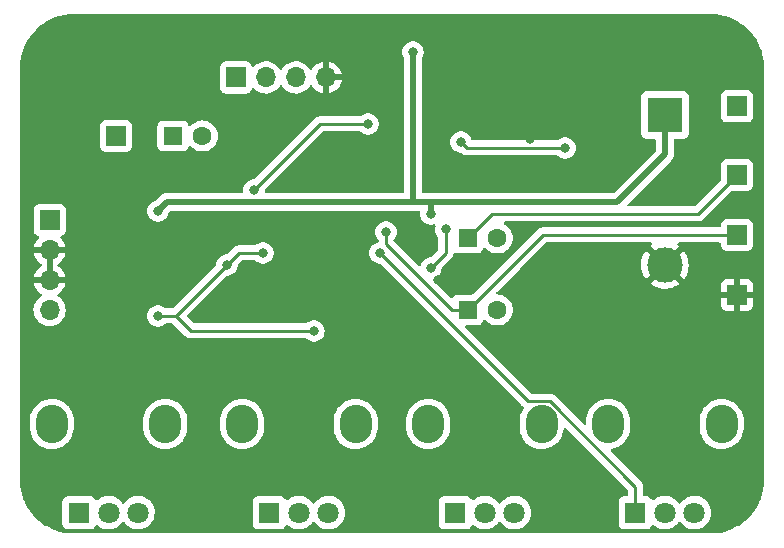
<source format=gbl>
G04 #@! TF.GenerationSoftware,KiCad,Pcbnew,6.0.2-378541a8eb~116~ubuntu21.10.1*
G04 #@! TF.CreationDate,2022-03-02T08:52:49+01:00*
G04 #@! TF.ProjectId,BH,42482e6b-6963-4616-945f-706362585858,rev?*
G04 #@! TF.SameCoordinates,Original*
G04 #@! TF.FileFunction,Copper,L2,Bot*
G04 #@! TF.FilePolarity,Positive*
%FSLAX46Y46*%
G04 Gerber Fmt 4.6, Leading zero omitted, Abs format (unit mm)*
G04 Created by KiCad (PCBNEW 6.0.2-378541a8eb~116~ubuntu21.10.1) date 2022-03-02 08:52:49*
%MOMM*%
%LPD*%
G01*
G04 APERTURE LIST*
G04 #@! TA.AperFunction,ComponentPad*
%ADD10R,1.700000X1.700000*%
G04 #@! TD*
G04 #@! TA.AperFunction,ComponentPad*
%ADD11R,1.600000X1.600000*%
G04 #@! TD*
G04 #@! TA.AperFunction,ComponentPad*
%ADD12C,1.600000*%
G04 #@! TD*
G04 #@! TA.AperFunction,ComponentPad*
%ADD13O,1.700000X1.700000*%
G04 #@! TD*
G04 #@! TA.AperFunction,ComponentPad*
%ADD14O,2.720000X3.240000*%
G04 #@! TD*
G04 #@! TA.AperFunction,ComponentPad*
%ADD15R,1.800000X1.800000*%
G04 #@! TD*
G04 #@! TA.AperFunction,ComponentPad*
%ADD16C,1.800000*%
G04 #@! TD*
G04 #@! TA.AperFunction,ComponentPad*
%ADD17R,3.000000X3.000000*%
G04 #@! TD*
G04 #@! TA.AperFunction,ComponentPad*
%ADD18C,3.000000*%
G04 #@! TD*
G04 #@! TA.AperFunction,ViaPad*
%ADD19C,0.800000*%
G04 #@! TD*
G04 #@! TA.AperFunction,Conductor*
%ADD20C,0.250000*%
G04 #@! TD*
G04 #@! TA.AperFunction,Conductor*
%ADD21C,0.500000*%
G04 #@! TD*
G04 APERTURE END LIST*
D10*
G04 #@! TO.P,LSP3,1,MP*
G04 #@! TO.N,Net-(C8-Pad1)*
X171196000Y-109220000D03*
G04 #@! TD*
D11*
G04 #@! TO.P,C2,1,+*
G04 #@! TO.N,Net-(C2-Pad1)*
X123444000Y-100838000D03*
D12*
G04 #@! TO.P,C2,2,-*
G04 #@! TO.N,Net-(C2-Pad2)*
X125944000Y-100838000D03*
G04 #@! TD*
D10*
G04 #@! TO.P,LSP1,1,MP*
G04 #@! TO.N,+5V*
X171196000Y-98323400D03*
G04 #@! TD*
G04 #@! TO.P,LSP4,1,MP*
G04 #@! TO.N,Net-(C11-Pad1)*
X171196000Y-104140000D03*
G04 #@! TD*
G04 #@! TO.P,JP1,1,1*
G04 #@! TO.N,Net-(JP1-Pad1)*
X113000000Y-107950000D03*
D13*
G04 #@! TO.P,JP1,2,2*
G04 #@! TO.N,GND*
X113000000Y-110490000D03*
G04 #@! TO.P,JP1,3,3*
X113000000Y-113030000D03*
G04 #@! TO.P,JP1,4,4*
G04 #@! TO.N,Net-(JP1-Pad4)*
X113000000Y-115570000D03*
G04 #@! TD*
D11*
G04 #@! TO.P,C8,1,+*
G04 #@! TO.N,Net-(C8-Pad1)*
X148400888Y-115570000D03*
D12*
G04 #@! TO.P,C8,2,-*
G04 #@! TO.N,Net-(C8-Pad2)*
X150900888Y-115570000D03*
G04 #@! TD*
D14*
G04 #@! TO.P,R4,*
G04 #@! TO.N,*
X138912000Y-125225000D03*
X129312000Y-125225000D03*
D15*
G04 #@! TO.P,R4,1,A*
G04 #@! TO.N,unconnected-(R4-Pad1)*
X131612000Y-132725000D03*
D16*
G04 #@! TO.P,R4,2,S*
G04 #@! TO.N,Net-(C2-Pad1)*
X134112000Y-132725000D03*
G04 #@! TO.P,R4,3,E*
G04 #@! TO.N,Net-(IC1-Pad6)*
X136612000Y-132725000D03*
G04 #@! TD*
D14*
G04 #@! TO.P,R17,*
G04 #@! TO.N,*
X113200000Y-125225000D03*
X122800000Y-125225000D03*
D15*
G04 #@! TO.P,R17,1,A*
G04 #@! TO.N,unconnected-(R17-Pad1)*
X115500000Y-132725000D03*
D16*
G04 #@! TO.P,R17,2,S*
G04 #@! TO.N,Net-(IC1-Pad1)*
X118000000Y-132725000D03*
G04 #@! TO.P,R17,3,E*
G04 #@! TO.N,Net-(IC1-Pad2)*
X120500000Y-132725000D03*
G04 #@! TD*
D14*
G04 #@! TO.P,R15,*
G04 #@! TO.N,*
X160300000Y-125225000D03*
X169900000Y-125225000D03*
D15*
G04 #@! TO.P,R15,1,A*
G04 #@! TO.N,Net-(R14-Pad2)*
X162600000Y-132725000D03*
D16*
G04 #@! TO.P,R15,2,S*
G04 #@! TO.N,Net-(C8-Pad1)*
X165100000Y-132725000D03*
G04 #@! TO.P,R15,3,E*
X167600000Y-132725000D03*
G04 #@! TD*
D10*
G04 #@! TO.P,LSP2,1,MP*
G04 #@! TO.N,Net-(C2-Pad1)*
X118618000Y-100838000D03*
G04 #@! TD*
D14*
G04 #@! TO.P,R25,*
G04 #@! TO.N,*
X145060000Y-125225000D03*
X154660000Y-125225000D03*
D15*
G04 #@! TO.P,R25,1,A*
G04 #@! TO.N,Net-(IC2-Pad6)*
X147360000Y-132725000D03*
D16*
G04 #@! TO.P,R25,2,S*
G04 #@! TO.N,Net-(C11-Pad1)*
X149860000Y-132725000D03*
G04 #@! TO.P,R25,3,E*
X152360000Y-132725000D03*
G04 #@! TD*
D10*
G04 #@! TO.P,LSP5,1,MP*
G04 #@! TO.N,GND*
X171196000Y-114300000D03*
G04 #@! TD*
G04 #@! TO.P,JP2,1,1*
G04 #@! TO.N,Net-(D2-Pad1)*
X128778000Y-95885000D03*
D13*
G04 #@! TO.P,JP2,2,2*
G04 #@! TO.N,Net-(D4-Pad1)*
X131318000Y-95885000D03*
G04 #@! TO.P,JP2,3,3*
G04 #@! TO.N,Net-(D6-Pad1)*
X133858000Y-95885000D03*
G04 #@! TO.P,JP2,4,4*
G04 #@! TO.N,GND*
X136398000Y-95885000D03*
G04 #@! TD*
D11*
G04 #@! TO.P,C11,1,+*
G04 #@! TO.N,Net-(C11-Pad1)*
X148400888Y-109474000D03*
D12*
G04 #@! TO.P,C11,2,-*
G04 #@! TO.N,Net-(C11-Pad2)*
X150900888Y-109474000D03*
G04 #@! TD*
D17*
G04 #@! TO.P,BT1,1,+*
G04 #@! TO.N,+5V*
X165100000Y-99060000D03*
D18*
G04 #@! TO.P,BT1,2,-*
G04 #@! TO.N,GND*
X165100000Y-111760000D03*
G04 #@! TD*
D19*
G04 #@! TO.N,GND*
X128397000Y-115189000D03*
X144018000Y-115824000D03*
X133604000Y-108204000D03*
X153670000Y-101092000D03*
X133604000Y-115824000D03*
X145923000Y-113030000D03*
X127508000Y-114300000D03*
X137414000Y-103632000D03*
X152654000Y-113030000D03*
X148463000Y-113030000D03*
X139700000Y-104902000D03*
X157734000Y-101092000D03*
X145034000Y-102870000D03*
G04 #@! TO.N,Net-(C8-Pad1)*
X141482299Y-108961701D03*
G04 #@! TO.N,+5V*
X145288000Y-107442000D03*
X143764000Y-93726000D03*
X122174000Y-107188000D03*
G04 #@! TO.N,Net-(IC1-Pad1)*
X131064000Y-110744000D03*
X122174000Y-116078000D03*
X135382000Y-117348000D03*
X128016000Y-111760000D03*
G04 #@! TO.N,Net-(C10-Pad2)*
X146558000Y-108749500D03*
X145288000Y-112014000D03*
G04 #@! TO.N,Net-(D1-Pad1)*
X130302000Y-105410000D03*
X139954000Y-99822000D03*
G04 #@! TO.N,Net-(Q2-Pad3)*
X147828000Y-101346000D03*
X156652000Y-101854000D03*
G04 #@! TO.N,Net-(R14-Pad2)*
X140970000Y-110744000D03*
G04 #@! TD*
D20*
G04 #@! TO.N,Net-(C8-Pad1)*
X141482299Y-108961701D02*
X141482299Y-109986299D01*
X171196000Y-109220000D02*
X154750888Y-109220000D01*
X141482299Y-109986299D02*
X147066000Y-115570000D01*
X147066000Y-115570000D02*
X148400888Y-115570000D01*
X154750888Y-109220000D02*
X148400888Y-115570000D01*
D21*
G04 #@! TO.N,+5V*
X145288000Y-107442000D02*
X145288000Y-106426000D01*
X161036000Y-106426000D02*
X165100000Y-102362000D01*
X143764000Y-93726000D02*
X143764000Y-106426000D01*
X145542000Y-106426000D02*
X161036000Y-106426000D01*
X122936000Y-106426000D02*
X143764000Y-106426000D01*
X143764000Y-106426000D02*
X145542000Y-106426000D01*
X122174000Y-107188000D02*
X122936000Y-106426000D01*
X145288000Y-106426000D02*
X145542000Y-106426000D01*
X165100000Y-102362000D02*
X165100000Y-99060000D01*
D20*
G04 #@! TO.N,Net-(IC1-Pad1)*
X135382000Y-117348000D02*
X124968000Y-117348000D01*
X123698000Y-116078000D02*
X122174000Y-116078000D01*
X124968000Y-117348000D02*
X123698000Y-116078000D01*
X129032000Y-110744000D02*
X128016000Y-111760000D01*
X128016000Y-111760000D02*
X123698000Y-116078000D01*
X131064000Y-110744000D02*
X129032000Y-110744000D01*
G04 #@! TO.N,Net-(C10-Pad2)*
X145288000Y-112014000D02*
X146558000Y-110744000D01*
X146558000Y-110744000D02*
X146558000Y-108749500D01*
G04 #@! TO.N,Net-(C11-Pad1)*
X167894000Y-107442000D02*
X171196000Y-104140000D01*
X150432888Y-107442000D02*
X167894000Y-107442000D01*
X148400888Y-109474000D02*
X150432888Y-107442000D01*
G04 #@! TO.N,Net-(D1-Pad1)*
X135890000Y-99822000D02*
X139954000Y-99822000D01*
X130302000Y-105410000D02*
X135890000Y-99822000D01*
G04 #@! TO.N,Net-(Q2-Pad3)*
X147828000Y-101346000D02*
X148336000Y-101854000D01*
X148336000Y-101854000D02*
X156652000Y-101854000D01*
G04 #@! TO.N,Net-(R14-Pad2)*
X162600000Y-130522729D02*
X155357751Y-123280480D01*
X153506480Y-123280480D02*
X140970000Y-110744000D01*
X155357751Y-123280480D02*
X153506480Y-123280480D01*
X162600000Y-132725000D02*
X162600000Y-130522729D01*
G04 #@! TD*
G04 #@! TA.AperFunction,Conductor*
G04 #@! TO.N,GND*
G36*
X168970057Y-90509500D02*
G01*
X168984858Y-90511805D01*
X168984861Y-90511805D01*
X168993730Y-90513186D01*
X169014158Y-90510515D01*
X169035983Y-90509571D01*
X169386007Y-90524853D01*
X169396958Y-90525811D01*
X169774579Y-90575527D01*
X169785403Y-90577436D01*
X170157243Y-90659870D01*
X170167860Y-90662715D01*
X170531110Y-90777248D01*
X170541425Y-90781001D01*
X170893334Y-90926766D01*
X170903269Y-90931399D01*
X171241128Y-91107278D01*
X171250637Y-91112768D01*
X171571860Y-91317410D01*
X171580864Y-91323714D01*
X171883043Y-91555583D01*
X171891463Y-91562649D01*
X172172268Y-91819959D01*
X172180041Y-91827732D01*
X172437351Y-92108537D01*
X172444417Y-92116957D01*
X172676286Y-92419136D01*
X172682590Y-92428140D01*
X172887232Y-92749363D01*
X172892722Y-92758872D01*
X173068601Y-93096731D01*
X173073234Y-93106666D01*
X173178470Y-93360729D01*
X173218996Y-93458568D01*
X173222752Y-93468890D01*
X173278819Y-93646710D01*
X173337285Y-93832139D01*
X173340130Y-93842757D01*
X173422564Y-94214597D01*
X173424473Y-94225421D01*
X173474189Y-94603042D01*
X173475147Y-94613993D01*
X173490104Y-94956583D01*
X173488724Y-94981461D01*
X173486814Y-94993730D01*
X173488638Y-95007678D01*
X173490936Y-95025251D01*
X173492000Y-95041589D01*
X173492000Y-129950672D01*
X173490500Y-129970056D01*
X173486814Y-129993730D01*
X173489485Y-130014158D01*
X173490429Y-130035983D01*
X173481786Y-130233942D01*
X173475147Y-130386007D01*
X173474189Y-130396958D01*
X173424473Y-130774579D01*
X173422564Y-130785403D01*
X173340130Y-131157243D01*
X173337285Y-131167860D01*
X173223402Y-131529052D01*
X173222755Y-131531103D01*
X173218999Y-131541425D01*
X173084137Y-131867013D01*
X173073238Y-131893325D01*
X173068601Y-131903269D01*
X172892722Y-132241128D01*
X172887233Y-132250635D01*
X172819125Y-132357543D01*
X172682590Y-132571860D01*
X172676286Y-132580864D01*
X172444417Y-132883043D01*
X172437353Y-132891460D01*
X172311673Y-133028617D01*
X172180041Y-133172268D01*
X172172268Y-133180041D01*
X171891463Y-133437351D01*
X171883046Y-133444414D01*
X171866493Y-133457116D01*
X171580864Y-133676286D01*
X171571860Y-133682590D01*
X171357543Y-133819125D01*
X171262892Y-133879425D01*
X171250637Y-133887232D01*
X171241128Y-133892722D01*
X170903269Y-134068601D01*
X170893334Y-134073234D01*
X170541425Y-134218999D01*
X170531110Y-134222752D01*
X170167861Y-134337285D01*
X170157243Y-134340130D01*
X169785403Y-134422564D01*
X169774579Y-134424473D01*
X169396958Y-134474189D01*
X169386007Y-134475147D01*
X169043417Y-134490104D01*
X169018539Y-134488724D01*
X169018160Y-134488665D01*
X169006270Y-134486814D01*
X168974749Y-134490936D01*
X168958411Y-134492000D01*
X115049328Y-134492000D01*
X115029943Y-134490500D01*
X115015142Y-134488195D01*
X115015139Y-134488195D01*
X115006270Y-134486814D01*
X114985842Y-134489485D01*
X114964017Y-134490429D01*
X114613993Y-134475147D01*
X114603042Y-134474189D01*
X114225421Y-134424473D01*
X114214597Y-134422564D01*
X113842757Y-134340130D01*
X113832139Y-134337285D01*
X113468890Y-134222752D01*
X113458575Y-134218999D01*
X113106666Y-134073234D01*
X113096731Y-134068601D01*
X112758872Y-133892722D01*
X112749363Y-133887232D01*
X112737109Y-133879425D01*
X112642457Y-133819125D01*
X112428140Y-133682590D01*
X112419136Y-133676286D01*
X112415028Y-133673134D01*
X114091500Y-133673134D01*
X114098255Y-133735316D01*
X114149385Y-133871705D01*
X114236739Y-133988261D01*
X114353295Y-134075615D01*
X114489684Y-134126745D01*
X114551866Y-134133500D01*
X116448134Y-134133500D01*
X116510316Y-134126745D01*
X116646705Y-134075615D01*
X116763261Y-133988261D01*
X116850615Y-133871705D01*
X116865686Y-133831504D01*
X116908328Y-133774739D01*
X116974890Y-133750040D01*
X117044239Y-133765248D01*
X117064150Y-133778788D01*
X117189349Y-133882730D01*
X117389322Y-133999584D01*
X117605694Y-134082209D01*
X117610760Y-134083240D01*
X117610761Y-134083240D01*
X117663846Y-134094040D01*
X117832656Y-134128385D01*
X117962089Y-134133131D01*
X118058949Y-134136683D01*
X118058953Y-134136683D01*
X118064113Y-134136872D01*
X118069233Y-134136216D01*
X118069235Y-134136216D01*
X118143166Y-134126745D01*
X118293847Y-134107442D01*
X118298795Y-134105957D01*
X118298802Y-134105956D01*
X118510747Y-134042369D01*
X118515690Y-134040886D01*
X118596236Y-134001427D01*
X118719049Y-133941262D01*
X118719052Y-133941260D01*
X118723684Y-133938991D01*
X118912243Y-133804494D01*
X119076303Y-133641005D01*
X119145370Y-133544888D01*
X119201365Y-133501240D01*
X119272068Y-133494794D01*
X119335033Y-133527597D01*
X119355128Y-133552584D01*
X119356799Y-133555311D01*
X119356804Y-133555317D01*
X119359501Y-133559719D01*
X119511147Y-133734784D01*
X119689349Y-133882730D01*
X119889322Y-133999584D01*
X120105694Y-134082209D01*
X120110760Y-134083240D01*
X120110761Y-134083240D01*
X120163846Y-134094040D01*
X120332656Y-134128385D01*
X120462089Y-134133131D01*
X120558949Y-134136683D01*
X120558953Y-134136683D01*
X120564113Y-134136872D01*
X120569233Y-134136216D01*
X120569235Y-134136216D01*
X120643166Y-134126745D01*
X120793847Y-134107442D01*
X120798795Y-134105957D01*
X120798802Y-134105956D01*
X121010747Y-134042369D01*
X121015690Y-134040886D01*
X121096236Y-134001427D01*
X121219049Y-133941262D01*
X121219052Y-133941260D01*
X121223684Y-133938991D01*
X121412243Y-133804494D01*
X121544062Y-133673134D01*
X130203500Y-133673134D01*
X130210255Y-133735316D01*
X130261385Y-133871705D01*
X130348739Y-133988261D01*
X130465295Y-134075615D01*
X130601684Y-134126745D01*
X130663866Y-134133500D01*
X132560134Y-134133500D01*
X132622316Y-134126745D01*
X132758705Y-134075615D01*
X132875261Y-133988261D01*
X132962615Y-133871705D01*
X132977686Y-133831504D01*
X133020328Y-133774739D01*
X133086890Y-133750040D01*
X133156239Y-133765248D01*
X133176150Y-133778788D01*
X133301349Y-133882730D01*
X133501322Y-133999584D01*
X133717694Y-134082209D01*
X133722760Y-134083240D01*
X133722761Y-134083240D01*
X133775846Y-134094040D01*
X133944656Y-134128385D01*
X134074089Y-134133131D01*
X134170949Y-134136683D01*
X134170953Y-134136683D01*
X134176113Y-134136872D01*
X134181233Y-134136216D01*
X134181235Y-134136216D01*
X134255166Y-134126745D01*
X134405847Y-134107442D01*
X134410795Y-134105957D01*
X134410802Y-134105956D01*
X134622747Y-134042369D01*
X134627690Y-134040886D01*
X134708236Y-134001427D01*
X134831049Y-133941262D01*
X134831052Y-133941260D01*
X134835684Y-133938991D01*
X135024243Y-133804494D01*
X135188303Y-133641005D01*
X135257370Y-133544888D01*
X135313365Y-133501240D01*
X135384068Y-133494794D01*
X135447033Y-133527597D01*
X135467128Y-133552584D01*
X135468799Y-133555311D01*
X135468804Y-133555317D01*
X135471501Y-133559719D01*
X135623147Y-133734784D01*
X135801349Y-133882730D01*
X136001322Y-133999584D01*
X136217694Y-134082209D01*
X136222760Y-134083240D01*
X136222761Y-134083240D01*
X136275846Y-134094040D01*
X136444656Y-134128385D01*
X136574089Y-134133131D01*
X136670949Y-134136683D01*
X136670953Y-134136683D01*
X136676113Y-134136872D01*
X136681233Y-134136216D01*
X136681235Y-134136216D01*
X136755166Y-134126745D01*
X136905847Y-134107442D01*
X136910795Y-134105957D01*
X136910802Y-134105956D01*
X137122747Y-134042369D01*
X137127690Y-134040886D01*
X137208236Y-134001427D01*
X137331049Y-133941262D01*
X137331052Y-133941260D01*
X137335684Y-133938991D01*
X137524243Y-133804494D01*
X137656062Y-133673134D01*
X145951500Y-133673134D01*
X145958255Y-133735316D01*
X146009385Y-133871705D01*
X146096739Y-133988261D01*
X146213295Y-134075615D01*
X146349684Y-134126745D01*
X146411866Y-134133500D01*
X148308134Y-134133500D01*
X148370316Y-134126745D01*
X148506705Y-134075615D01*
X148623261Y-133988261D01*
X148710615Y-133871705D01*
X148725686Y-133831504D01*
X148768328Y-133774739D01*
X148834890Y-133750040D01*
X148904239Y-133765248D01*
X148924150Y-133778788D01*
X149049349Y-133882730D01*
X149249322Y-133999584D01*
X149465694Y-134082209D01*
X149470760Y-134083240D01*
X149470761Y-134083240D01*
X149523846Y-134094040D01*
X149692656Y-134128385D01*
X149822089Y-134133131D01*
X149918949Y-134136683D01*
X149918953Y-134136683D01*
X149924113Y-134136872D01*
X149929233Y-134136216D01*
X149929235Y-134136216D01*
X150003166Y-134126745D01*
X150153847Y-134107442D01*
X150158795Y-134105957D01*
X150158802Y-134105956D01*
X150370747Y-134042369D01*
X150375690Y-134040886D01*
X150456236Y-134001427D01*
X150579049Y-133941262D01*
X150579052Y-133941260D01*
X150583684Y-133938991D01*
X150772243Y-133804494D01*
X150936303Y-133641005D01*
X151005370Y-133544888D01*
X151061365Y-133501240D01*
X151132068Y-133494794D01*
X151195033Y-133527597D01*
X151215128Y-133552584D01*
X151216799Y-133555311D01*
X151216804Y-133555317D01*
X151219501Y-133559719D01*
X151371147Y-133734784D01*
X151549349Y-133882730D01*
X151749322Y-133999584D01*
X151965694Y-134082209D01*
X151970760Y-134083240D01*
X151970761Y-134083240D01*
X152023846Y-134094040D01*
X152192656Y-134128385D01*
X152322089Y-134133131D01*
X152418949Y-134136683D01*
X152418953Y-134136683D01*
X152424113Y-134136872D01*
X152429233Y-134136216D01*
X152429235Y-134136216D01*
X152503166Y-134126745D01*
X152653847Y-134107442D01*
X152658795Y-134105957D01*
X152658802Y-134105956D01*
X152870747Y-134042369D01*
X152875690Y-134040886D01*
X152956236Y-134001427D01*
X153079049Y-133941262D01*
X153079052Y-133941260D01*
X153083684Y-133938991D01*
X153272243Y-133804494D01*
X153436303Y-133641005D01*
X153571458Y-133452917D01*
X153674078Y-133245280D01*
X153741408Y-133023671D01*
X153771640Y-132794041D01*
X153773327Y-132725000D01*
X153767032Y-132648434D01*
X153754773Y-132499318D01*
X153754772Y-132499312D01*
X153754349Y-132494167D01*
X153697925Y-132269533D01*
X153605570Y-132057131D01*
X153479764Y-131862665D01*
X153323887Y-131691358D01*
X153319836Y-131688159D01*
X153319832Y-131688155D01*
X153146177Y-131551011D01*
X153146172Y-131551008D01*
X153142123Y-131547810D01*
X153137607Y-131545317D01*
X153137604Y-131545315D01*
X152943879Y-131438373D01*
X152943875Y-131438371D01*
X152939355Y-131435876D01*
X152934486Y-131434152D01*
X152934482Y-131434150D01*
X152725903Y-131360288D01*
X152725899Y-131360287D01*
X152721028Y-131358562D01*
X152715935Y-131357655D01*
X152715932Y-131357654D01*
X152498095Y-131318851D01*
X152498089Y-131318850D01*
X152493006Y-131317945D01*
X152420096Y-131317054D01*
X152266581Y-131315179D01*
X152266579Y-131315179D01*
X152261411Y-131315116D01*
X152032464Y-131350150D01*
X151812314Y-131422106D01*
X151807726Y-131424494D01*
X151807722Y-131424496D01*
X151611461Y-131526663D01*
X151606872Y-131529052D01*
X151602739Y-131532155D01*
X151602736Y-131532157D01*
X151459074Y-131640022D01*
X151421655Y-131668117D01*
X151261639Y-131835564D01*
X151214836Y-131904174D01*
X151159927Y-131949175D01*
X151089402Y-131957346D01*
X151025655Y-131926092D01*
X151004959Y-131901609D01*
X150982577Y-131867013D01*
X150982574Y-131867009D01*
X150979764Y-131862665D01*
X150823887Y-131691358D01*
X150819836Y-131688159D01*
X150819832Y-131688155D01*
X150646177Y-131551011D01*
X150646172Y-131551008D01*
X150642123Y-131547810D01*
X150637607Y-131545317D01*
X150637604Y-131545315D01*
X150443879Y-131438373D01*
X150443875Y-131438371D01*
X150439355Y-131435876D01*
X150434486Y-131434152D01*
X150434482Y-131434150D01*
X150225903Y-131360288D01*
X150225899Y-131360287D01*
X150221028Y-131358562D01*
X150215935Y-131357655D01*
X150215932Y-131357654D01*
X149998095Y-131318851D01*
X149998089Y-131318850D01*
X149993006Y-131317945D01*
X149920096Y-131317054D01*
X149766581Y-131315179D01*
X149766579Y-131315179D01*
X149761411Y-131315116D01*
X149532464Y-131350150D01*
X149312314Y-131422106D01*
X149307726Y-131424494D01*
X149307722Y-131424496D01*
X149111461Y-131526663D01*
X149106872Y-131529052D01*
X149102739Y-131532155D01*
X149102736Y-131532157D01*
X148921655Y-131668117D01*
X148920976Y-131667213D01*
X148861730Y-131695131D01*
X148791341Y-131685869D01*
X148737132Y-131640022D01*
X148724325Y-131614866D01*
X148713768Y-131586705D01*
X148713767Y-131586703D01*
X148710615Y-131578295D01*
X148623261Y-131461739D01*
X148506705Y-131374385D01*
X148370316Y-131323255D01*
X148308134Y-131316500D01*
X146411866Y-131316500D01*
X146349684Y-131323255D01*
X146213295Y-131374385D01*
X146096739Y-131461739D01*
X146009385Y-131578295D01*
X145958255Y-131714684D01*
X145951500Y-131776866D01*
X145951500Y-133673134D01*
X137656062Y-133673134D01*
X137688303Y-133641005D01*
X137823458Y-133452917D01*
X137926078Y-133245280D01*
X137993408Y-133023671D01*
X138023640Y-132794041D01*
X138025327Y-132725000D01*
X138019032Y-132648434D01*
X138006773Y-132499318D01*
X138006772Y-132499312D01*
X138006349Y-132494167D01*
X137949925Y-132269533D01*
X137857570Y-132057131D01*
X137731764Y-131862665D01*
X137575887Y-131691358D01*
X137571836Y-131688159D01*
X137571832Y-131688155D01*
X137398177Y-131551011D01*
X137398172Y-131551008D01*
X137394123Y-131547810D01*
X137389607Y-131545317D01*
X137389604Y-131545315D01*
X137195879Y-131438373D01*
X137195875Y-131438371D01*
X137191355Y-131435876D01*
X137186486Y-131434152D01*
X137186482Y-131434150D01*
X136977903Y-131360288D01*
X136977899Y-131360287D01*
X136973028Y-131358562D01*
X136967935Y-131357655D01*
X136967932Y-131357654D01*
X136750095Y-131318851D01*
X136750089Y-131318850D01*
X136745006Y-131317945D01*
X136672096Y-131317054D01*
X136518581Y-131315179D01*
X136518579Y-131315179D01*
X136513411Y-131315116D01*
X136284464Y-131350150D01*
X136064314Y-131422106D01*
X136059726Y-131424494D01*
X136059722Y-131424496D01*
X135863461Y-131526663D01*
X135858872Y-131529052D01*
X135854739Y-131532155D01*
X135854736Y-131532157D01*
X135711074Y-131640022D01*
X135673655Y-131668117D01*
X135513639Y-131835564D01*
X135466836Y-131904174D01*
X135411927Y-131949175D01*
X135341402Y-131957346D01*
X135277655Y-131926092D01*
X135256959Y-131901609D01*
X135234577Y-131867013D01*
X135234574Y-131867009D01*
X135231764Y-131862665D01*
X135075887Y-131691358D01*
X135071836Y-131688159D01*
X135071832Y-131688155D01*
X134898177Y-131551011D01*
X134898172Y-131551008D01*
X134894123Y-131547810D01*
X134889607Y-131545317D01*
X134889604Y-131545315D01*
X134695879Y-131438373D01*
X134695875Y-131438371D01*
X134691355Y-131435876D01*
X134686486Y-131434152D01*
X134686482Y-131434150D01*
X134477903Y-131360288D01*
X134477899Y-131360287D01*
X134473028Y-131358562D01*
X134467935Y-131357655D01*
X134467932Y-131357654D01*
X134250095Y-131318851D01*
X134250089Y-131318850D01*
X134245006Y-131317945D01*
X134172096Y-131317054D01*
X134018581Y-131315179D01*
X134018579Y-131315179D01*
X134013411Y-131315116D01*
X133784464Y-131350150D01*
X133564314Y-131422106D01*
X133559726Y-131424494D01*
X133559722Y-131424496D01*
X133363461Y-131526663D01*
X133358872Y-131529052D01*
X133354739Y-131532155D01*
X133354736Y-131532157D01*
X133173655Y-131668117D01*
X133172976Y-131667213D01*
X133113730Y-131695131D01*
X133043341Y-131685869D01*
X132989132Y-131640022D01*
X132976325Y-131614866D01*
X132965768Y-131586705D01*
X132965767Y-131586703D01*
X132962615Y-131578295D01*
X132875261Y-131461739D01*
X132758705Y-131374385D01*
X132622316Y-131323255D01*
X132560134Y-131316500D01*
X130663866Y-131316500D01*
X130601684Y-131323255D01*
X130465295Y-131374385D01*
X130348739Y-131461739D01*
X130261385Y-131578295D01*
X130210255Y-131714684D01*
X130203500Y-131776866D01*
X130203500Y-133673134D01*
X121544062Y-133673134D01*
X121576303Y-133641005D01*
X121711458Y-133452917D01*
X121814078Y-133245280D01*
X121881408Y-133023671D01*
X121911640Y-132794041D01*
X121913327Y-132725000D01*
X121907032Y-132648434D01*
X121894773Y-132499318D01*
X121894772Y-132499312D01*
X121894349Y-132494167D01*
X121837925Y-132269533D01*
X121745570Y-132057131D01*
X121619764Y-131862665D01*
X121463887Y-131691358D01*
X121459836Y-131688159D01*
X121459832Y-131688155D01*
X121286177Y-131551011D01*
X121286172Y-131551008D01*
X121282123Y-131547810D01*
X121277607Y-131545317D01*
X121277604Y-131545315D01*
X121083879Y-131438373D01*
X121083875Y-131438371D01*
X121079355Y-131435876D01*
X121074486Y-131434152D01*
X121074482Y-131434150D01*
X120865903Y-131360288D01*
X120865899Y-131360287D01*
X120861028Y-131358562D01*
X120855935Y-131357655D01*
X120855932Y-131357654D01*
X120638095Y-131318851D01*
X120638089Y-131318850D01*
X120633006Y-131317945D01*
X120560096Y-131317054D01*
X120406581Y-131315179D01*
X120406579Y-131315179D01*
X120401411Y-131315116D01*
X120172464Y-131350150D01*
X119952314Y-131422106D01*
X119947726Y-131424494D01*
X119947722Y-131424496D01*
X119751461Y-131526663D01*
X119746872Y-131529052D01*
X119742739Y-131532155D01*
X119742736Y-131532157D01*
X119599074Y-131640022D01*
X119561655Y-131668117D01*
X119401639Y-131835564D01*
X119354836Y-131904174D01*
X119299927Y-131949175D01*
X119229402Y-131957346D01*
X119165655Y-131926092D01*
X119144959Y-131901609D01*
X119122577Y-131867013D01*
X119122574Y-131867009D01*
X119119764Y-131862665D01*
X118963887Y-131691358D01*
X118959836Y-131688159D01*
X118959832Y-131688155D01*
X118786177Y-131551011D01*
X118786172Y-131551008D01*
X118782123Y-131547810D01*
X118777607Y-131545317D01*
X118777604Y-131545315D01*
X118583879Y-131438373D01*
X118583875Y-131438371D01*
X118579355Y-131435876D01*
X118574486Y-131434152D01*
X118574482Y-131434150D01*
X118365903Y-131360288D01*
X118365899Y-131360287D01*
X118361028Y-131358562D01*
X118355935Y-131357655D01*
X118355932Y-131357654D01*
X118138095Y-131318851D01*
X118138089Y-131318850D01*
X118133006Y-131317945D01*
X118060096Y-131317054D01*
X117906581Y-131315179D01*
X117906579Y-131315179D01*
X117901411Y-131315116D01*
X117672464Y-131350150D01*
X117452314Y-131422106D01*
X117447726Y-131424494D01*
X117447722Y-131424496D01*
X117251461Y-131526663D01*
X117246872Y-131529052D01*
X117242739Y-131532155D01*
X117242736Y-131532157D01*
X117061655Y-131668117D01*
X117060976Y-131667213D01*
X117001730Y-131695131D01*
X116931341Y-131685869D01*
X116877132Y-131640022D01*
X116864325Y-131614866D01*
X116853768Y-131586705D01*
X116853767Y-131586703D01*
X116850615Y-131578295D01*
X116763261Y-131461739D01*
X116646705Y-131374385D01*
X116510316Y-131323255D01*
X116448134Y-131316500D01*
X114551866Y-131316500D01*
X114489684Y-131323255D01*
X114353295Y-131374385D01*
X114236739Y-131461739D01*
X114149385Y-131578295D01*
X114098255Y-131714684D01*
X114091500Y-131776866D01*
X114091500Y-133673134D01*
X112415028Y-133673134D01*
X112133507Y-133457116D01*
X112116954Y-133444414D01*
X112108537Y-133437351D01*
X111827732Y-133180041D01*
X111819959Y-133172268D01*
X111688328Y-133028617D01*
X111562647Y-132891460D01*
X111555583Y-132883043D01*
X111323714Y-132580864D01*
X111317410Y-132571860D01*
X111180875Y-132357543D01*
X111112767Y-132250635D01*
X111107278Y-132241128D01*
X110931399Y-131903269D01*
X110926762Y-131893325D01*
X110915864Y-131867013D01*
X110781001Y-131541425D01*
X110777245Y-131531103D01*
X110776599Y-131529052D01*
X110662715Y-131167860D01*
X110659870Y-131157243D01*
X110577436Y-130785403D01*
X110575527Y-130774579D01*
X110525811Y-130396957D01*
X110524853Y-130386006D01*
X110517713Y-130222483D01*
X110510059Y-130047172D01*
X110511686Y-130020769D01*
X110512263Y-130017342D01*
X110512263Y-130017340D01*
X110513071Y-130012539D01*
X110513224Y-130000000D01*
X110509273Y-129972412D01*
X110508000Y-129954549D01*
X110508000Y-125553884D01*
X111331500Y-125553884D01*
X111331665Y-125556152D01*
X111331665Y-125556164D01*
X111337899Y-125642082D01*
X111346125Y-125755451D01*
X111347109Y-125759906D01*
X111347109Y-125759909D01*
X111386482Y-125938240D01*
X111404585Y-126020237D01*
X111500655Y-126273810D01*
X111632324Y-126510859D01*
X111796833Y-126726417D01*
X111990736Y-126915970D01*
X112209972Y-127075547D01*
X112449947Y-127201804D01*
X112454248Y-127203323D01*
X112454253Y-127203325D01*
X112587087Y-127250233D01*
X112705634Y-127292096D01*
X112803653Y-127311415D01*
X112967206Y-127343652D01*
X112967212Y-127343653D01*
X112971678Y-127344533D01*
X112976232Y-127344760D01*
X112976234Y-127344760D01*
X113237936Y-127357789D01*
X113237942Y-127357789D01*
X113242505Y-127358016D01*
X113512441Y-127332262D01*
X113516870Y-127331178D01*
X113516877Y-127331177D01*
X113676584Y-127292096D01*
X113775832Y-127267810D01*
X113935039Y-127203325D01*
X114022931Y-127167725D01*
X114022932Y-127167725D01*
X114027160Y-127166012D01*
X114261161Y-127028999D01*
X114472932Y-126859641D01*
X114594399Y-126729612D01*
X114654921Y-126664824D01*
X114654923Y-126664821D01*
X114658037Y-126661488D01*
X114812598Y-126438688D01*
X114894624Y-126273810D01*
X114931346Y-126199997D01*
X114931347Y-126199994D01*
X114933379Y-126195910D01*
X115017847Y-125938240D01*
X115064235Y-125671075D01*
X115068500Y-125585400D01*
X115068500Y-125553884D01*
X120931500Y-125553884D01*
X120931665Y-125556152D01*
X120931665Y-125556164D01*
X120937899Y-125642082D01*
X120946125Y-125755451D01*
X120947109Y-125759906D01*
X120947109Y-125759909D01*
X120986482Y-125938240D01*
X121004585Y-126020237D01*
X121100655Y-126273810D01*
X121232324Y-126510859D01*
X121396833Y-126726417D01*
X121590736Y-126915970D01*
X121809972Y-127075547D01*
X122049947Y-127201804D01*
X122054248Y-127203323D01*
X122054253Y-127203325D01*
X122187087Y-127250233D01*
X122305634Y-127292096D01*
X122403653Y-127311415D01*
X122567206Y-127343652D01*
X122567212Y-127343653D01*
X122571678Y-127344533D01*
X122576232Y-127344760D01*
X122576234Y-127344760D01*
X122837936Y-127357789D01*
X122837942Y-127357789D01*
X122842505Y-127358016D01*
X123112441Y-127332262D01*
X123116870Y-127331178D01*
X123116877Y-127331177D01*
X123276584Y-127292096D01*
X123375832Y-127267810D01*
X123535039Y-127203325D01*
X123622931Y-127167725D01*
X123622932Y-127167725D01*
X123627160Y-127166012D01*
X123861161Y-127028999D01*
X124072932Y-126859641D01*
X124194399Y-126729612D01*
X124254921Y-126664824D01*
X124254923Y-126664821D01*
X124258037Y-126661488D01*
X124412598Y-126438688D01*
X124494624Y-126273810D01*
X124531346Y-126199997D01*
X124531347Y-126199994D01*
X124533379Y-126195910D01*
X124617847Y-125938240D01*
X124664235Y-125671075D01*
X124668500Y-125585400D01*
X124668500Y-125553884D01*
X127443500Y-125553884D01*
X127443665Y-125556152D01*
X127443665Y-125556164D01*
X127449899Y-125642082D01*
X127458125Y-125755451D01*
X127459109Y-125759906D01*
X127459109Y-125759909D01*
X127498482Y-125938240D01*
X127516585Y-126020237D01*
X127612655Y-126273810D01*
X127744324Y-126510859D01*
X127908833Y-126726417D01*
X128102736Y-126915970D01*
X128321972Y-127075547D01*
X128561947Y-127201804D01*
X128566248Y-127203323D01*
X128566253Y-127203325D01*
X128699087Y-127250233D01*
X128817634Y-127292096D01*
X128915653Y-127311415D01*
X129079206Y-127343652D01*
X129079212Y-127343653D01*
X129083678Y-127344533D01*
X129088232Y-127344760D01*
X129088234Y-127344760D01*
X129349936Y-127357789D01*
X129349942Y-127357789D01*
X129354505Y-127358016D01*
X129624441Y-127332262D01*
X129628870Y-127331178D01*
X129628877Y-127331177D01*
X129788584Y-127292096D01*
X129887832Y-127267810D01*
X130047039Y-127203325D01*
X130134931Y-127167725D01*
X130134932Y-127167725D01*
X130139160Y-127166012D01*
X130373161Y-127028999D01*
X130584932Y-126859641D01*
X130706399Y-126729612D01*
X130766921Y-126664824D01*
X130766923Y-126664821D01*
X130770037Y-126661488D01*
X130924598Y-126438688D01*
X131006624Y-126273810D01*
X131043346Y-126199997D01*
X131043347Y-126199994D01*
X131045379Y-126195910D01*
X131129847Y-125938240D01*
X131176235Y-125671075D01*
X131180500Y-125585400D01*
X131180500Y-125553884D01*
X137043500Y-125553884D01*
X137043665Y-125556152D01*
X137043665Y-125556164D01*
X137049899Y-125642082D01*
X137058125Y-125755451D01*
X137059109Y-125759906D01*
X137059109Y-125759909D01*
X137098482Y-125938240D01*
X137116585Y-126020237D01*
X137212655Y-126273810D01*
X137344324Y-126510859D01*
X137508833Y-126726417D01*
X137702736Y-126915970D01*
X137921972Y-127075547D01*
X138161947Y-127201804D01*
X138166248Y-127203323D01*
X138166253Y-127203325D01*
X138299087Y-127250233D01*
X138417634Y-127292096D01*
X138515653Y-127311415D01*
X138679206Y-127343652D01*
X138679212Y-127343653D01*
X138683678Y-127344533D01*
X138688232Y-127344760D01*
X138688234Y-127344760D01*
X138949936Y-127357789D01*
X138949942Y-127357789D01*
X138954505Y-127358016D01*
X139224441Y-127332262D01*
X139228870Y-127331178D01*
X139228877Y-127331177D01*
X139388584Y-127292096D01*
X139487832Y-127267810D01*
X139647039Y-127203325D01*
X139734931Y-127167725D01*
X139734932Y-127167725D01*
X139739160Y-127166012D01*
X139973161Y-127028999D01*
X140184932Y-126859641D01*
X140306399Y-126729612D01*
X140366921Y-126664824D01*
X140366923Y-126664821D01*
X140370037Y-126661488D01*
X140524598Y-126438688D01*
X140606624Y-126273810D01*
X140643346Y-126199997D01*
X140643347Y-126199994D01*
X140645379Y-126195910D01*
X140729847Y-125938240D01*
X140776235Y-125671075D01*
X140780500Y-125585400D01*
X140780500Y-125553884D01*
X143191500Y-125553884D01*
X143191665Y-125556152D01*
X143191665Y-125556164D01*
X143197899Y-125642082D01*
X143206125Y-125755451D01*
X143207109Y-125759906D01*
X143207109Y-125759909D01*
X143246482Y-125938240D01*
X143264585Y-126020237D01*
X143360655Y-126273810D01*
X143492324Y-126510859D01*
X143656833Y-126726417D01*
X143850736Y-126915970D01*
X144069972Y-127075547D01*
X144309947Y-127201804D01*
X144314248Y-127203323D01*
X144314253Y-127203325D01*
X144447087Y-127250233D01*
X144565634Y-127292096D01*
X144663653Y-127311415D01*
X144827206Y-127343652D01*
X144827212Y-127343653D01*
X144831678Y-127344533D01*
X144836232Y-127344760D01*
X144836234Y-127344760D01*
X145097936Y-127357789D01*
X145097942Y-127357789D01*
X145102505Y-127358016D01*
X145372441Y-127332262D01*
X145376870Y-127331178D01*
X145376877Y-127331177D01*
X145536584Y-127292096D01*
X145635832Y-127267810D01*
X145795039Y-127203325D01*
X145882931Y-127167725D01*
X145882932Y-127167725D01*
X145887160Y-127166012D01*
X146121161Y-127028999D01*
X146332932Y-126859641D01*
X146454399Y-126729612D01*
X146514921Y-126664824D01*
X146514923Y-126664821D01*
X146518037Y-126661488D01*
X146672598Y-126438688D01*
X146754624Y-126273810D01*
X146791346Y-126199997D01*
X146791347Y-126199994D01*
X146793379Y-126195910D01*
X146877847Y-125938240D01*
X146924235Y-125671075D01*
X146928500Y-125585400D01*
X146928500Y-124896116D01*
X146926328Y-124866170D01*
X146914205Y-124699100D01*
X146913875Y-124694549D01*
X146912891Y-124690091D01*
X146856400Y-124434223D01*
X146856399Y-124434219D01*
X146855415Y-124429763D01*
X146759345Y-124176190D01*
X146627676Y-123939141D01*
X146486239Y-123753814D01*
X146465939Y-123727215D01*
X146465938Y-123727214D01*
X146463167Y-123723583D01*
X146431804Y-123692923D01*
X146272531Y-123537224D01*
X146269264Y-123534030D01*
X146050028Y-123374453D01*
X145810053Y-123248196D01*
X145805752Y-123246677D01*
X145805747Y-123246675D01*
X145627998Y-123183906D01*
X145554366Y-123157904D01*
X145456347Y-123138585D01*
X145292794Y-123106348D01*
X145292788Y-123106347D01*
X145288322Y-123105467D01*
X145283768Y-123105240D01*
X145283766Y-123105240D01*
X145022064Y-123092211D01*
X145022058Y-123092211D01*
X145017495Y-123091984D01*
X144747559Y-123117738D01*
X144743130Y-123118822D01*
X144743123Y-123118823D01*
X144613069Y-123150648D01*
X144484168Y-123182190D01*
X144479933Y-123183905D01*
X144479931Y-123183906D01*
X144237069Y-123282275D01*
X144232840Y-123283988D01*
X143998839Y-123421001D01*
X143787068Y-123590359D01*
X143783947Y-123593700D01*
X143626043Y-123762735D01*
X143601963Y-123788512D01*
X143447402Y-124011312D01*
X143445374Y-124015388D01*
X143445373Y-124015390D01*
X143363252Y-124180460D01*
X143326621Y-124254090D01*
X143242153Y-124511760D01*
X143195765Y-124778925D01*
X143191500Y-124864600D01*
X143191500Y-125553884D01*
X140780500Y-125553884D01*
X140780500Y-124896116D01*
X140778328Y-124866170D01*
X140766205Y-124699100D01*
X140765875Y-124694549D01*
X140764891Y-124690091D01*
X140708400Y-124434223D01*
X140708399Y-124434219D01*
X140707415Y-124429763D01*
X140611345Y-124176190D01*
X140479676Y-123939141D01*
X140338239Y-123753814D01*
X140317939Y-123727215D01*
X140317938Y-123727214D01*
X140315167Y-123723583D01*
X140283804Y-123692923D01*
X140124531Y-123537224D01*
X140121264Y-123534030D01*
X139902028Y-123374453D01*
X139662053Y-123248196D01*
X139657752Y-123246677D01*
X139657747Y-123246675D01*
X139479998Y-123183906D01*
X139406366Y-123157904D01*
X139308347Y-123138585D01*
X139144794Y-123106348D01*
X139144788Y-123106347D01*
X139140322Y-123105467D01*
X139135768Y-123105240D01*
X139135766Y-123105240D01*
X138874064Y-123092211D01*
X138874058Y-123092211D01*
X138869495Y-123091984D01*
X138599559Y-123117738D01*
X138595130Y-123118822D01*
X138595123Y-123118823D01*
X138465069Y-123150648D01*
X138336168Y-123182190D01*
X138331933Y-123183905D01*
X138331931Y-123183906D01*
X138089069Y-123282275D01*
X138084840Y-123283988D01*
X137850839Y-123421001D01*
X137639068Y-123590359D01*
X137635947Y-123593700D01*
X137478043Y-123762735D01*
X137453963Y-123788512D01*
X137299402Y-124011312D01*
X137297374Y-124015388D01*
X137297373Y-124015390D01*
X137215252Y-124180460D01*
X137178621Y-124254090D01*
X137094153Y-124511760D01*
X137047765Y-124778925D01*
X137043500Y-124864600D01*
X137043500Y-125553884D01*
X131180500Y-125553884D01*
X131180500Y-124896116D01*
X131178328Y-124866170D01*
X131166205Y-124699100D01*
X131165875Y-124694549D01*
X131164891Y-124690091D01*
X131108400Y-124434223D01*
X131108399Y-124434219D01*
X131107415Y-124429763D01*
X131011345Y-124176190D01*
X130879676Y-123939141D01*
X130738239Y-123753814D01*
X130717939Y-123727215D01*
X130717938Y-123727214D01*
X130715167Y-123723583D01*
X130683804Y-123692923D01*
X130524531Y-123537224D01*
X130521264Y-123534030D01*
X130302028Y-123374453D01*
X130062053Y-123248196D01*
X130057752Y-123246677D01*
X130057747Y-123246675D01*
X129879998Y-123183906D01*
X129806366Y-123157904D01*
X129708347Y-123138585D01*
X129544794Y-123106348D01*
X129544788Y-123106347D01*
X129540322Y-123105467D01*
X129535768Y-123105240D01*
X129535766Y-123105240D01*
X129274064Y-123092211D01*
X129274058Y-123092211D01*
X129269495Y-123091984D01*
X128999559Y-123117738D01*
X128995130Y-123118822D01*
X128995123Y-123118823D01*
X128865069Y-123150648D01*
X128736168Y-123182190D01*
X128731933Y-123183905D01*
X128731931Y-123183906D01*
X128489069Y-123282275D01*
X128484840Y-123283988D01*
X128250839Y-123421001D01*
X128039068Y-123590359D01*
X128035947Y-123593700D01*
X127878043Y-123762735D01*
X127853963Y-123788512D01*
X127699402Y-124011312D01*
X127697374Y-124015388D01*
X127697373Y-124015390D01*
X127615252Y-124180460D01*
X127578621Y-124254090D01*
X127494153Y-124511760D01*
X127447765Y-124778925D01*
X127443500Y-124864600D01*
X127443500Y-125553884D01*
X124668500Y-125553884D01*
X124668500Y-124896116D01*
X124666328Y-124866170D01*
X124654205Y-124699100D01*
X124653875Y-124694549D01*
X124652891Y-124690091D01*
X124596400Y-124434223D01*
X124596399Y-124434219D01*
X124595415Y-124429763D01*
X124499345Y-124176190D01*
X124367676Y-123939141D01*
X124226239Y-123753814D01*
X124205939Y-123727215D01*
X124205938Y-123727214D01*
X124203167Y-123723583D01*
X124171804Y-123692923D01*
X124012531Y-123537224D01*
X124009264Y-123534030D01*
X123790028Y-123374453D01*
X123550053Y-123248196D01*
X123545752Y-123246677D01*
X123545747Y-123246675D01*
X123367998Y-123183906D01*
X123294366Y-123157904D01*
X123196347Y-123138585D01*
X123032794Y-123106348D01*
X123032788Y-123106347D01*
X123028322Y-123105467D01*
X123023768Y-123105240D01*
X123023766Y-123105240D01*
X122762064Y-123092211D01*
X122762058Y-123092211D01*
X122757495Y-123091984D01*
X122487559Y-123117738D01*
X122483130Y-123118822D01*
X122483123Y-123118823D01*
X122353069Y-123150648D01*
X122224168Y-123182190D01*
X122219933Y-123183905D01*
X122219931Y-123183906D01*
X121977069Y-123282275D01*
X121972840Y-123283988D01*
X121738839Y-123421001D01*
X121527068Y-123590359D01*
X121523947Y-123593700D01*
X121366043Y-123762735D01*
X121341963Y-123788512D01*
X121187402Y-124011312D01*
X121185374Y-124015388D01*
X121185373Y-124015390D01*
X121103252Y-124180460D01*
X121066621Y-124254090D01*
X120982153Y-124511760D01*
X120935765Y-124778925D01*
X120931500Y-124864600D01*
X120931500Y-125553884D01*
X115068500Y-125553884D01*
X115068500Y-124896116D01*
X115066328Y-124866170D01*
X115054205Y-124699100D01*
X115053875Y-124694549D01*
X115052891Y-124690091D01*
X114996400Y-124434223D01*
X114996399Y-124434219D01*
X114995415Y-124429763D01*
X114899345Y-124176190D01*
X114767676Y-123939141D01*
X114626239Y-123753814D01*
X114605939Y-123727215D01*
X114605938Y-123727214D01*
X114603167Y-123723583D01*
X114571804Y-123692923D01*
X114412531Y-123537224D01*
X114409264Y-123534030D01*
X114190028Y-123374453D01*
X113950053Y-123248196D01*
X113945752Y-123246677D01*
X113945747Y-123246675D01*
X113767998Y-123183906D01*
X113694366Y-123157904D01*
X113596347Y-123138585D01*
X113432794Y-123106348D01*
X113432788Y-123106347D01*
X113428322Y-123105467D01*
X113423768Y-123105240D01*
X113423766Y-123105240D01*
X113162064Y-123092211D01*
X113162058Y-123092211D01*
X113157495Y-123091984D01*
X112887559Y-123117738D01*
X112883130Y-123118822D01*
X112883123Y-123118823D01*
X112753069Y-123150648D01*
X112624168Y-123182190D01*
X112619933Y-123183905D01*
X112619931Y-123183906D01*
X112377069Y-123282275D01*
X112372840Y-123283988D01*
X112138839Y-123421001D01*
X111927068Y-123590359D01*
X111923947Y-123593700D01*
X111766043Y-123762735D01*
X111741963Y-123788512D01*
X111587402Y-124011312D01*
X111585374Y-124015388D01*
X111585373Y-124015390D01*
X111503252Y-124180460D01*
X111466621Y-124254090D01*
X111382153Y-124511760D01*
X111335765Y-124778925D01*
X111331500Y-124864600D01*
X111331500Y-125553884D01*
X110508000Y-125553884D01*
X110508000Y-115536695D01*
X111637251Y-115536695D01*
X111637548Y-115541848D01*
X111637548Y-115541851D01*
X111643011Y-115636590D01*
X111650110Y-115759715D01*
X111651247Y-115764761D01*
X111651248Y-115764767D01*
X111659955Y-115803402D01*
X111699222Y-115977639D01*
X111760673Y-116128976D01*
X111776152Y-116167095D01*
X111783266Y-116184616D01*
X111899987Y-116375088D01*
X112046250Y-116543938D01*
X112218126Y-116686632D01*
X112411000Y-116799338D01*
X112415825Y-116801180D01*
X112415826Y-116801181D01*
X112441686Y-116811056D01*
X112619692Y-116879030D01*
X112624760Y-116880061D01*
X112624763Y-116880062D01*
X112732017Y-116901883D01*
X112838597Y-116923567D01*
X112843772Y-116923757D01*
X112843774Y-116923757D01*
X113056673Y-116931564D01*
X113056677Y-116931564D01*
X113061837Y-116931753D01*
X113066957Y-116931097D01*
X113066959Y-116931097D01*
X113278288Y-116904025D01*
X113278289Y-116904025D01*
X113283416Y-116903368D01*
X113349646Y-116883498D01*
X113492429Y-116840661D01*
X113492434Y-116840659D01*
X113497384Y-116839174D01*
X113697994Y-116740896D01*
X113879860Y-116611173D01*
X113911788Y-116579357D01*
X113961209Y-116530107D01*
X114038096Y-116453489D01*
X114069498Y-116409789D01*
X114165435Y-116276277D01*
X114168453Y-116272077D01*
X114188628Y-116231257D01*
X114264371Y-116078000D01*
X121260496Y-116078000D01*
X121261186Y-116084565D01*
X121272165Y-116189020D01*
X121280458Y-116267928D01*
X121339473Y-116449556D01*
X121434960Y-116614944D01*
X121439378Y-116619851D01*
X121439379Y-116619852D01*
X121550418Y-116743173D01*
X121562747Y-116756866D01*
X121645203Y-116816774D01*
X121709575Y-116863543D01*
X121717248Y-116869118D01*
X121723276Y-116871802D01*
X121723278Y-116871803D01*
X121857929Y-116931753D01*
X121891712Y-116946794D01*
X121985112Y-116966647D01*
X122072056Y-116985128D01*
X122072061Y-116985128D01*
X122078513Y-116986500D01*
X122269487Y-116986500D01*
X122275939Y-116985128D01*
X122275944Y-116985128D01*
X122362888Y-116966647D01*
X122456288Y-116946794D01*
X122490071Y-116931753D01*
X122624722Y-116871803D01*
X122624724Y-116871802D01*
X122630752Y-116869118D01*
X122638426Y-116863543D01*
X122763671Y-116772546D01*
X122785253Y-116756866D01*
X122789668Y-116751963D01*
X122794580Y-116747540D01*
X122795705Y-116748789D01*
X122849014Y-116715949D01*
X122882200Y-116711500D01*
X123383406Y-116711500D01*
X123451527Y-116731502D01*
X123472501Y-116748405D01*
X124464343Y-117740247D01*
X124471887Y-117748537D01*
X124476000Y-117755018D01*
X124481777Y-117760443D01*
X124525667Y-117801658D01*
X124528509Y-117804413D01*
X124548230Y-117824134D01*
X124551425Y-117826612D01*
X124560447Y-117834318D01*
X124592679Y-117864586D01*
X124599628Y-117868406D01*
X124610432Y-117874346D01*
X124626956Y-117885199D01*
X124642959Y-117897613D01*
X124683543Y-117915176D01*
X124694173Y-117920383D01*
X124732940Y-117941695D01*
X124740617Y-117943666D01*
X124740622Y-117943668D01*
X124752558Y-117946732D01*
X124771266Y-117953137D01*
X124789855Y-117961181D01*
X124797683Y-117962421D01*
X124797690Y-117962423D01*
X124833524Y-117968099D01*
X124845144Y-117970505D01*
X124880289Y-117979528D01*
X124887970Y-117981500D01*
X124908224Y-117981500D01*
X124927934Y-117983051D01*
X124947943Y-117986220D01*
X124955835Y-117985474D01*
X124991961Y-117982059D01*
X125003819Y-117981500D01*
X134673800Y-117981500D01*
X134741921Y-118001502D01*
X134761147Y-118017843D01*
X134761420Y-118017540D01*
X134766332Y-118021963D01*
X134770747Y-118026866D01*
X134925248Y-118139118D01*
X134931276Y-118141802D01*
X134931278Y-118141803D01*
X135093681Y-118214109D01*
X135099712Y-118216794D01*
X135193112Y-118236647D01*
X135280056Y-118255128D01*
X135280061Y-118255128D01*
X135286513Y-118256500D01*
X135477487Y-118256500D01*
X135483939Y-118255128D01*
X135483944Y-118255128D01*
X135570888Y-118236647D01*
X135664288Y-118216794D01*
X135670319Y-118214109D01*
X135832722Y-118141803D01*
X135832724Y-118141802D01*
X135838752Y-118139118D01*
X135993253Y-118026866D01*
X136029851Y-117986220D01*
X136116621Y-117889852D01*
X136116622Y-117889851D01*
X136121040Y-117884944D01*
X136196053Y-117755018D01*
X136213223Y-117725279D01*
X136213224Y-117725278D01*
X136216527Y-117719556D01*
X136275542Y-117537928D01*
X136295504Y-117348000D01*
X136275542Y-117158072D01*
X136216527Y-116976444D01*
X136190616Y-116931564D01*
X136135958Y-116836895D01*
X136121040Y-116811056D01*
X136114943Y-116804284D01*
X135997675Y-116674045D01*
X135997674Y-116674044D01*
X135993253Y-116669134D01*
X135865338Y-116576198D01*
X135844094Y-116560763D01*
X135844093Y-116560762D01*
X135838752Y-116556882D01*
X135832724Y-116554198D01*
X135832722Y-116554197D01*
X135670319Y-116481891D01*
X135670318Y-116481891D01*
X135664288Y-116479206D01*
X135543300Y-116453489D01*
X135483944Y-116440872D01*
X135483939Y-116440872D01*
X135477487Y-116439500D01*
X135286513Y-116439500D01*
X135280061Y-116440872D01*
X135280056Y-116440872D01*
X135220700Y-116453489D01*
X135099712Y-116479206D01*
X135093682Y-116481891D01*
X135093681Y-116481891D01*
X134931278Y-116554197D01*
X134931276Y-116554198D01*
X134925248Y-116556882D01*
X134919907Y-116560762D01*
X134919906Y-116560763D01*
X134833018Y-116623891D01*
X134770747Y-116669134D01*
X134766332Y-116674037D01*
X134761420Y-116678460D01*
X134760295Y-116677211D01*
X134706986Y-116710051D01*
X134673800Y-116714500D01*
X125282595Y-116714500D01*
X125214474Y-116694498D01*
X125193500Y-116677595D01*
X124683000Y-116167095D01*
X124648974Y-116104783D01*
X124654039Y-116033968D01*
X124683000Y-115988905D01*
X127966499Y-112705405D01*
X128028811Y-112671379D01*
X128055594Y-112668500D01*
X128111487Y-112668500D01*
X128117939Y-112667128D01*
X128117944Y-112667128D01*
X128204888Y-112648647D01*
X128298288Y-112628794D01*
X128442763Y-112564470D01*
X128466722Y-112553803D01*
X128466724Y-112553802D01*
X128472752Y-112551118D01*
X128627253Y-112438866D01*
X128631675Y-112433955D01*
X128750621Y-112301852D01*
X128750622Y-112301851D01*
X128755040Y-112296944D01*
X128814038Y-112194757D01*
X128847223Y-112137279D01*
X128847224Y-112137278D01*
X128850527Y-112131556D01*
X128909542Y-111949928D01*
X128914977Y-111898222D01*
X128926907Y-111784708D01*
X128953920Y-111719051D01*
X128963122Y-111708782D01*
X129257501Y-111414404D01*
X129319813Y-111380379D01*
X129346596Y-111377500D01*
X130355800Y-111377500D01*
X130423921Y-111397502D01*
X130443147Y-111413843D01*
X130443420Y-111413540D01*
X130448332Y-111417963D01*
X130452747Y-111422866D01*
X130474329Y-111438546D01*
X130520578Y-111472148D01*
X130607248Y-111535118D01*
X130613276Y-111537802D01*
X130613278Y-111537803D01*
X130772811Y-111608831D01*
X130781712Y-111612794D01*
X130875113Y-111632647D01*
X130962056Y-111651128D01*
X130962061Y-111651128D01*
X130968513Y-111652500D01*
X131159487Y-111652500D01*
X131165939Y-111651128D01*
X131165944Y-111651128D01*
X131252887Y-111632647D01*
X131346288Y-111612794D01*
X131355189Y-111608831D01*
X131514722Y-111537803D01*
X131514724Y-111537802D01*
X131520752Y-111535118D01*
X131675253Y-111422866D01*
X131711400Y-111382721D01*
X131798621Y-111285852D01*
X131798622Y-111285851D01*
X131803040Y-111280944D01*
X131898527Y-111115556D01*
X131957542Y-110933928D01*
X131958781Y-110922145D01*
X131976814Y-110750565D01*
X131977504Y-110744000D01*
X131975105Y-110721178D01*
X131958232Y-110560635D01*
X131958232Y-110560633D01*
X131957542Y-110554072D01*
X131898527Y-110372444D01*
X131803040Y-110207056D01*
X131786882Y-110189110D01*
X131679675Y-110070045D01*
X131679674Y-110070044D01*
X131675253Y-110065134D01*
X131557388Y-109979500D01*
X131526094Y-109956763D01*
X131526093Y-109956762D01*
X131520752Y-109952882D01*
X131514724Y-109950198D01*
X131514722Y-109950197D01*
X131352319Y-109877891D01*
X131352318Y-109877891D01*
X131346288Y-109875206D01*
X131244170Y-109853500D01*
X131165944Y-109836872D01*
X131165939Y-109836872D01*
X131159487Y-109835500D01*
X130968513Y-109835500D01*
X130962061Y-109836872D01*
X130962056Y-109836872D01*
X130883830Y-109853500D01*
X130781712Y-109875206D01*
X130775682Y-109877891D01*
X130775681Y-109877891D01*
X130613278Y-109950197D01*
X130613276Y-109950198D01*
X130607248Y-109952882D01*
X130601907Y-109956762D01*
X130601906Y-109956763D01*
X130508716Y-110024470D01*
X130452747Y-110065134D01*
X130448332Y-110070037D01*
X130443420Y-110074460D01*
X130442295Y-110073211D01*
X130388986Y-110106051D01*
X130355800Y-110110500D01*
X129110767Y-110110500D01*
X129099584Y-110109973D01*
X129092091Y-110108298D01*
X129084165Y-110108547D01*
X129084164Y-110108547D01*
X129024001Y-110110438D01*
X129020043Y-110110500D01*
X128992144Y-110110500D01*
X128988154Y-110111004D01*
X128976320Y-110111936D01*
X128932111Y-110113326D01*
X128924497Y-110115538D01*
X128924492Y-110115539D01*
X128912659Y-110118977D01*
X128893296Y-110122988D01*
X128873203Y-110125526D01*
X128865836Y-110128443D01*
X128865831Y-110128444D01*
X128832092Y-110141802D01*
X128820865Y-110145646D01*
X128778407Y-110157982D01*
X128771581Y-110162019D01*
X128760972Y-110168293D01*
X128743224Y-110176988D01*
X128724383Y-110184448D01*
X128717967Y-110189110D01*
X128717966Y-110189110D01*
X128688613Y-110210436D01*
X128678693Y-110216952D01*
X128647465Y-110235420D01*
X128647462Y-110235422D01*
X128640638Y-110239458D01*
X128626317Y-110253779D01*
X128611284Y-110266619D01*
X128594893Y-110278528D01*
X128589843Y-110284632D01*
X128589838Y-110284637D01*
X128566707Y-110312598D01*
X128558717Y-110321379D01*
X128065499Y-110814596D01*
X128003187Y-110848621D01*
X127976404Y-110851500D01*
X127920513Y-110851500D01*
X127914061Y-110852872D01*
X127914056Y-110852872D01*
X127848269Y-110866856D01*
X127733712Y-110891206D01*
X127727682Y-110893891D01*
X127727681Y-110893891D01*
X127565278Y-110966197D01*
X127565276Y-110966198D01*
X127559248Y-110968882D01*
X127404747Y-111081134D01*
X127400326Y-111086044D01*
X127400325Y-111086045D01*
X127284476Y-111214709D01*
X127276960Y-111223056D01*
X127273659Y-111228774D01*
X127187792Y-111377500D01*
X127181473Y-111388444D01*
X127122458Y-111570072D01*
X127121768Y-111576633D01*
X127121768Y-111576635D01*
X127105093Y-111735292D01*
X127078080Y-111800949D01*
X127068878Y-111811217D01*
X123472500Y-115407595D01*
X123410188Y-115441621D01*
X123383405Y-115444500D01*
X122882200Y-115444500D01*
X122814079Y-115424498D01*
X122794853Y-115408157D01*
X122794580Y-115408460D01*
X122789668Y-115404037D01*
X122785253Y-115399134D01*
X122630752Y-115286882D01*
X122624724Y-115284198D01*
X122624722Y-115284197D01*
X122462319Y-115211891D01*
X122462318Y-115211891D01*
X122456288Y-115209206D01*
X122362887Y-115189353D01*
X122275944Y-115170872D01*
X122275939Y-115170872D01*
X122269487Y-115169500D01*
X122078513Y-115169500D01*
X122072061Y-115170872D01*
X122072056Y-115170872D01*
X121985113Y-115189353D01*
X121891712Y-115209206D01*
X121885682Y-115211891D01*
X121885681Y-115211891D01*
X121723278Y-115284197D01*
X121723276Y-115284198D01*
X121717248Y-115286882D01*
X121562747Y-115399134D01*
X121558326Y-115404044D01*
X121558325Y-115404045D01*
X121524492Y-115441621D01*
X121434960Y-115541056D01*
X121339473Y-115706444D01*
X121280458Y-115888072D01*
X121279768Y-115894633D01*
X121279768Y-115894635D01*
X121266148Y-116024225D01*
X121260496Y-116078000D01*
X114264371Y-116078000D01*
X114265136Y-116076453D01*
X114265137Y-116076451D01*
X114267430Y-116071811D01*
X114332370Y-115858069D01*
X114361529Y-115636590D01*
X114362342Y-115603324D01*
X114363074Y-115573365D01*
X114363074Y-115573361D01*
X114363156Y-115570000D01*
X114344852Y-115347361D01*
X114290431Y-115130702D01*
X114201354Y-114925840D01*
X114080014Y-114738277D01*
X113929670Y-114573051D01*
X113925619Y-114569852D01*
X113925615Y-114569848D01*
X113758414Y-114437800D01*
X113758410Y-114437798D01*
X113754359Y-114434598D01*
X113712569Y-114411529D01*
X113662598Y-114361097D01*
X113647826Y-114291654D01*
X113672942Y-114225248D01*
X113700294Y-114198641D01*
X113875328Y-114073792D01*
X113883200Y-114067139D01*
X114034052Y-113916812D01*
X114040730Y-113908965D01*
X114165003Y-113736020D01*
X114170313Y-113727183D01*
X114264670Y-113536267D01*
X114268469Y-113526672D01*
X114330377Y-113322910D01*
X114332555Y-113312837D01*
X114333986Y-113301962D01*
X114331775Y-113287778D01*
X114318617Y-113284000D01*
X111683225Y-113284000D01*
X111669694Y-113287973D01*
X111668257Y-113297966D01*
X111698565Y-113432446D01*
X111701645Y-113442275D01*
X111781770Y-113639603D01*
X111786413Y-113648794D01*
X111897694Y-113830388D01*
X111903777Y-113838699D01*
X112043213Y-113999667D01*
X112050580Y-114006883D01*
X112214434Y-114142916D01*
X112222881Y-114148831D01*
X112291969Y-114189203D01*
X112340693Y-114240842D01*
X112353764Y-114310625D01*
X112327033Y-114376396D01*
X112286584Y-114409752D01*
X112273607Y-114416507D01*
X112269474Y-114419610D01*
X112269471Y-114419612D01*
X112124214Y-114528674D01*
X112094965Y-114550635D01*
X111940629Y-114712138D01*
X111937715Y-114716410D01*
X111937714Y-114716411D01*
X111928300Y-114730211D01*
X111814743Y-114896680D01*
X111720688Y-115099305D01*
X111660989Y-115314570D01*
X111637251Y-115536695D01*
X110508000Y-115536695D01*
X110508000Y-112764183D01*
X111664389Y-112764183D01*
X111665912Y-112772607D01*
X111678292Y-112776000D01*
X112727885Y-112776000D01*
X112743124Y-112771525D01*
X112744329Y-112770135D01*
X112746000Y-112762452D01*
X112746000Y-112757885D01*
X113254000Y-112757885D01*
X113258475Y-112773124D01*
X113259865Y-112774329D01*
X113267548Y-112776000D01*
X114318344Y-112776000D01*
X114331875Y-112772027D01*
X114333180Y-112762947D01*
X114291214Y-112595875D01*
X114287894Y-112586124D01*
X114202972Y-112390814D01*
X114198105Y-112381739D01*
X114082426Y-112202926D01*
X114076136Y-112194757D01*
X113932806Y-112037240D01*
X113925273Y-112030215D01*
X113758139Y-111898222D01*
X113749552Y-111892517D01*
X113712116Y-111871851D01*
X113662146Y-111821419D01*
X113647374Y-111751976D01*
X113672490Y-111685571D01*
X113699842Y-111658964D01*
X113875327Y-111533792D01*
X113883200Y-111527139D01*
X114034052Y-111376812D01*
X114040730Y-111368965D01*
X114165003Y-111196020D01*
X114170313Y-111187183D01*
X114264670Y-110996267D01*
X114268469Y-110986672D01*
X114330377Y-110782910D01*
X114332555Y-110772837D01*
X114333986Y-110761962D01*
X114331775Y-110747778D01*
X114318617Y-110744000D01*
X113272115Y-110744000D01*
X113256876Y-110748475D01*
X113255671Y-110749865D01*
X113254000Y-110757548D01*
X113254000Y-112757885D01*
X112746000Y-112757885D01*
X112746000Y-110762115D01*
X112741525Y-110746876D01*
X112740135Y-110745671D01*
X112732452Y-110744000D01*
X111683225Y-110744000D01*
X111669694Y-110747973D01*
X111668257Y-110757966D01*
X111698565Y-110892446D01*
X111701645Y-110902275D01*
X111781770Y-111099603D01*
X111786413Y-111108794D01*
X111897694Y-111290388D01*
X111903777Y-111298699D01*
X112043213Y-111459667D01*
X112050580Y-111466883D01*
X112214434Y-111602916D01*
X112222881Y-111608831D01*
X112292479Y-111649501D01*
X112341203Y-111701140D01*
X112354274Y-111770923D01*
X112327543Y-111836694D01*
X112287087Y-111870053D01*
X112278462Y-111874542D01*
X112269738Y-111880036D01*
X112099433Y-112007905D01*
X112091726Y-112014748D01*
X111944590Y-112168717D01*
X111938104Y-112176727D01*
X111818098Y-112352649D01*
X111813000Y-112361623D01*
X111723338Y-112554783D01*
X111719775Y-112564470D01*
X111664389Y-112764183D01*
X110508000Y-112764183D01*
X110508000Y-108848134D01*
X111641500Y-108848134D01*
X111648255Y-108910316D01*
X111699385Y-109046705D01*
X111786739Y-109163261D01*
X111903295Y-109250615D01*
X111911704Y-109253767D01*
X111911705Y-109253768D01*
X112020960Y-109294726D01*
X112077725Y-109337367D01*
X112102425Y-109403929D01*
X112087218Y-109473278D01*
X112067825Y-109499759D01*
X111944590Y-109628717D01*
X111938104Y-109636727D01*
X111818098Y-109812649D01*
X111813000Y-109821623D01*
X111723338Y-110014783D01*
X111719775Y-110024470D01*
X111664389Y-110224183D01*
X111665912Y-110232607D01*
X111678292Y-110236000D01*
X114318344Y-110236000D01*
X114331875Y-110232027D01*
X114333180Y-110222947D01*
X114291214Y-110055875D01*
X114287894Y-110046124D01*
X114202972Y-109850814D01*
X114198105Y-109841739D01*
X114082426Y-109662926D01*
X114076136Y-109654757D01*
X113932293Y-109496677D01*
X113901241Y-109432831D01*
X113909635Y-109362333D01*
X113954812Y-109307564D01*
X113981256Y-109293895D01*
X114088297Y-109253767D01*
X114096705Y-109250615D01*
X114213261Y-109163261D01*
X114300615Y-109046705D01*
X114351745Y-108910316D01*
X114358500Y-108848134D01*
X114358500Y-107188000D01*
X121260496Y-107188000D01*
X121280458Y-107377928D01*
X121339473Y-107559556D01*
X121434960Y-107724944D01*
X121439378Y-107729851D01*
X121439379Y-107729852D01*
X121557915Y-107861500D01*
X121562747Y-107866866D01*
X121717248Y-107979118D01*
X121723276Y-107981802D01*
X121723278Y-107981803D01*
X121854780Y-108040351D01*
X121891712Y-108056794D01*
X121977378Y-108075003D01*
X122072056Y-108095128D01*
X122072061Y-108095128D01*
X122078513Y-108096500D01*
X122269487Y-108096500D01*
X122275939Y-108095128D01*
X122275944Y-108095128D01*
X122370622Y-108075003D01*
X122456288Y-108056794D01*
X122493220Y-108040351D01*
X122624722Y-107981803D01*
X122624724Y-107981802D01*
X122630752Y-107979118D01*
X122785253Y-107866866D01*
X122790085Y-107861500D01*
X122908621Y-107729852D01*
X122908622Y-107729851D01*
X122913040Y-107724944D01*
X123008527Y-107559556D01*
X123063387Y-107390714D01*
X123094125Y-107340556D01*
X123213276Y-107221405D01*
X123275588Y-107187379D01*
X123302371Y-107184500D01*
X143736165Y-107184500D01*
X143743966Y-107184742D01*
X143805298Y-107188547D01*
X143818260Y-107186320D01*
X143839596Y-107184500D01*
X144261623Y-107184500D01*
X144329744Y-107204502D01*
X144376237Y-107258158D01*
X144386933Y-107323670D01*
X144374496Y-107442000D01*
X144394458Y-107631928D01*
X144453473Y-107813556D01*
X144456776Y-107819278D01*
X144456777Y-107819279D01*
X144481367Y-107861869D01*
X144548960Y-107978944D01*
X144553378Y-107983851D01*
X144553379Y-107983852D01*
X144635452Y-108075003D01*
X144676747Y-108120866D01*
X144691663Y-108131703D01*
X144817852Y-108223385D01*
X144831248Y-108233118D01*
X144837276Y-108235802D01*
X144837278Y-108235803D01*
X144953945Y-108287746D01*
X145005712Y-108310794D01*
X145099113Y-108330647D01*
X145186056Y-108349128D01*
X145186061Y-108349128D01*
X145192513Y-108350500D01*
X145383487Y-108350500D01*
X145389939Y-108349128D01*
X145389944Y-108349128D01*
X145544805Y-108316211D01*
X145615596Y-108321613D01*
X145672229Y-108364430D01*
X145696722Y-108431068D01*
X145690835Y-108478391D01*
X145664458Y-108559572D01*
X145663768Y-108566133D01*
X145663768Y-108566135D01*
X145655023Y-108649341D01*
X145644496Y-108749500D01*
X145645186Y-108756065D01*
X145660573Y-108902460D01*
X145664458Y-108939428D01*
X145723473Y-109121056D01*
X145818960Y-109286444D01*
X145892137Y-109367715D01*
X145922853Y-109431721D01*
X145924500Y-109452024D01*
X145924500Y-110429405D01*
X145904498Y-110497526D01*
X145887595Y-110518500D01*
X145337500Y-111068595D01*
X145275188Y-111102621D01*
X145248405Y-111105500D01*
X145192513Y-111105500D01*
X145186061Y-111106872D01*
X145186056Y-111106872D01*
X145118279Y-111121279D01*
X145005712Y-111145206D01*
X144999682Y-111147891D01*
X144999681Y-111147891D01*
X144837278Y-111220197D01*
X144837276Y-111220198D01*
X144831248Y-111222882D01*
X144825907Y-111226762D01*
X144825906Y-111226763D01*
X144808144Y-111239668D01*
X144676747Y-111335134D01*
X144672326Y-111340044D01*
X144672325Y-111340045D01*
X144594257Y-111426749D01*
X144548960Y-111477056D01*
X144515438Y-111535118D01*
X144472880Y-111608831D01*
X144453473Y-111642444D01*
X144439460Y-111685571D01*
X144414225Y-111763235D01*
X144374151Y-111821840D01*
X144308754Y-111849477D01*
X144238797Y-111837370D01*
X144205297Y-111813393D01*
X143244777Y-110852872D01*
X142152704Y-109760799D01*
X142118678Y-109698487D01*
X142115799Y-109671704D01*
X142115799Y-109664225D01*
X142135801Y-109596104D01*
X142148157Y-109579922D01*
X142221339Y-109498645D01*
X142316826Y-109333257D01*
X142375841Y-109151629D01*
X142395803Y-108961701D01*
X142375841Y-108771773D01*
X142316826Y-108590145D01*
X142221339Y-108424757D01*
X142179189Y-108377944D01*
X142097974Y-108287746D01*
X142097973Y-108287745D01*
X142093552Y-108282835D01*
X141980228Y-108200500D01*
X141944393Y-108174464D01*
X141944392Y-108174463D01*
X141939051Y-108170583D01*
X141933023Y-108167899D01*
X141933021Y-108167898D01*
X141770618Y-108095592D01*
X141770617Y-108095592D01*
X141764587Y-108092907D01*
X141671187Y-108073054D01*
X141584243Y-108054573D01*
X141584238Y-108054573D01*
X141577786Y-108053201D01*
X141386812Y-108053201D01*
X141380360Y-108054573D01*
X141380355Y-108054573D01*
X141293412Y-108073054D01*
X141200011Y-108092907D01*
X141193981Y-108095592D01*
X141193980Y-108095592D01*
X141031577Y-108167898D01*
X141031575Y-108167899D01*
X141025547Y-108170583D01*
X141020206Y-108174463D01*
X141020205Y-108174464D01*
X140984370Y-108200500D01*
X140871046Y-108282835D01*
X140866625Y-108287745D01*
X140866624Y-108287746D01*
X140785410Y-108377944D01*
X140743259Y-108424757D01*
X140647772Y-108590145D01*
X140588757Y-108771773D01*
X140568795Y-108961701D01*
X140588757Y-109151629D01*
X140647772Y-109333257D01*
X140743259Y-109498645D01*
X140816436Y-109579916D01*
X140847152Y-109643922D01*
X140848799Y-109664225D01*
X140848799Y-109738933D01*
X140828797Y-109807054D01*
X140775141Y-109853547D01*
X140748995Y-109862180D01*
X140694170Y-109873833D01*
X140694167Y-109873834D01*
X140687712Y-109875206D01*
X140681682Y-109877891D01*
X140681681Y-109877891D01*
X140519278Y-109950197D01*
X140519276Y-109950198D01*
X140513248Y-109952882D01*
X140507907Y-109956762D01*
X140507906Y-109956763D01*
X140476612Y-109979500D01*
X140358747Y-110065134D01*
X140354326Y-110070044D01*
X140354325Y-110070045D01*
X140247119Y-110189110D01*
X140230960Y-110207056D01*
X140135473Y-110372444D01*
X140076458Y-110554072D01*
X140075768Y-110560633D01*
X140075768Y-110560635D01*
X140058895Y-110721178D01*
X140056496Y-110744000D01*
X140057186Y-110750565D01*
X140075220Y-110922145D01*
X140076458Y-110933928D01*
X140135473Y-111115556D01*
X140230960Y-111280944D01*
X140235378Y-111285851D01*
X140235379Y-111285852D01*
X140322600Y-111382721D01*
X140358747Y-111422866D01*
X140513248Y-111535118D01*
X140519276Y-111537802D01*
X140519278Y-111537803D01*
X140678811Y-111608831D01*
X140687712Y-111612794D01*
X140781113Y-111632647D01*
X140868056Y-111651128D01*
X140868061Y-111651128D01*
X140874513Y-111652500D01*
X140930406Y-111652500D01*
X140998527Y-111672502D01*
X141019501Y-111689405D01*
X153002828Y-123672733D01*
X153010368Y-123681019D01*
X153014480Y-123687498D01*
X153020257Y-123692923D01*
X153064131Y-123734123D01*
X153066973Y-123736878D01*
X153086710Y-123756615D01*
X153088211Y-123757779D01*
X153125835Y-123817445D01*
X153125224Y-123888439D01*
X153108169Y-123923717D01*
X153047402Y-124011312D01*
X153045374Y-124015388D01*
X153045373Y-124015390D01*
X152963252Y-124180460D01*
X152926621Y-124254090D01*
X152842153Y-124511760D01*
X152795765Y-124778925D01*
X152791500Y-124864600D01*
X152791500Y-125553884D01*
X152791665Y-125556152D01*
X152791665Y-125556164D01*
X152797899Y-125642082D01*
X152806125Y-125755451D01*
X152807109Y-125759906D01*
X152807109Y-125759909D01*
X152846482Y-125938240D01*
X152864585Y-126020237D01*
X152960655Y-126273810D01*
X153092324Y-126510859D01*
X153256833Y-126726417D01*
X153450736Y-126915970D01*
X153669972Y-127075547D01*
X153909947Y-127201804D01*
X153914248Y-127203323D01*
X153914253Y-127203325D01*
X154047087Y-127250233D01*
X154165634Y-127292096D01*
X154263653Y-127311415D01*
X154427206Y-127343652D01*
X154427212Y-127343653D01*
X154431678Y-127344533D01*
X154436232Y-127344760D01*
X154436234Y-127344760D01*
X154697936Y-127357789D01*
X154697942Y-127357789D01*
X154702505Y-127358016D01*
X154972441Y-127332262D01*
X154976870Y-127331178D01*
X154976877Y-127331177D01*
X155136584Y-127292096D01*
X155235832Y-127267810D01*
X155395039Y-127203325D01*
X155482931Y-127167725D01*
X155482932Y-127167725D01*
X155487160Y-127166012D01*
X155721161Y-127028999D01*
X155932932Y-126859641D01*
X156054399Y-126729612D01*
X156114921Y-126664824D01*
X156114923Y-126664821D01*
X156118037Y-126661488D01*
X156272598Y-126438688D01*
X156354624Y-126273810D01*
X156391346Y-126199997D01*
X156391347Y-126199994D01*
X156393379Y-126195910D01*
X156477847Y-125938240D01*
X156524235Y-125671075D01*
X156525678Y-125642081D01*
X156549041Y-125575040D01*
X156604941Y-125531271D01*
X156675631Y-125524673D01*
X156740617Y-125559250D01*
X161929595Y-130748229D01*
X161963621Y-130810541D01*
X161966500Y-130837324D01*
X161966500Y-131190500D01*
X161946498Y-131258621D01*
X161892842Y-131305114D01*
X161840500Y-131316500D01*
X161651866Y-131316500D01*
X161589684Y-131323255D01*
X161453295Y-131374385D01*
X161336739Y-131461739D01*
X161249385Y-131578295D01*
X161198255Y-131714684D01*
X161191500Y-131776866D01*
X161191500Y-133673134D01*
X161198255Y-133735316D01*
X161249385Y-133871705D01*
X161336739Y-133988261D01*
X161453295Y-134075615D01*
X161589684Y-134126745D01*
X161651866Y-134133500D01*
X163548134Y-134133500D01*
X163610316Y-134126745D01*
X163746705Y-134075615D01*
X163863261Y-133988261D01*
X163950615Y-133871705D01*
X163965686Y-133831504D01*
X164008328Y-133774739D01*
X164074890Y-133750040D01*
X164144239Y-133765248D01*
X164164150Y-133778788D01*
X164289349Y-133882730D01*
X164489322Y-133999584D01*
X164705694Y-134082209D01*
X164710760Y-134083240D01*
X164710761Y-134083240D01*
X164763846Y-134094040D01*
X164932656Y-134128385D01*
X165062089Y-134133131D01*
X165158949Y-134136683D01*
X165158953Y-134136683D01*
X165164113Y-134136872D01*
X165169233Y-134136216D01*
X165169235Y-134136216D01*
X165243166Y-134126745D01*
X165393847Y-134107442D01*
X165398795Y-134105957D01*
X165398802Y-134105956D01*
X165610747Y-134042369D01*
X165615690Y-134040886D01*
X165696236Y-134001427D01*
X165819049Y-133941262D01*
X165819052Y-133941260D01*
X165823684Y-133938991D01*
X166012243Y-133804494D01*
X166176303Y-133641005D01*
X166245370Y-133544888D01*
X166301365Y-133501240D01*
X166372068Y-133494794D01*
X166435033Y-133527597D01*
X166455128Y-133552584D01*
X166456799Y-133555311D01*
X166456804Y-133555317D01*
X166459501Y-133559719D01*
X166611147Y-133734784D01*
X166789349Y-133882730D01*
X166989322Y-133999584D01*
X167205694Y-134082209D01*
X167210760Y-134083240D01*
X167210761Y-134083240D01*
X167263846Y-134094040D01*
X167432656Y-134128385D01*
X167562089Y-134133131D01*
X167658949Y-134136683D01*
X167658953Y-134136683D01*
X167664113Y-134136872D01*
X167669233Y-134136216D01*
X167669235Y-134136216D01*
X167743166Y-134126745D01*
X167893847Y-134107442D01*
X167898795Y-134105957D01*
X167898802Y-134105956D01*
X168110747Y-134042369D01*
X168115690Y-134040886D01*
X168196236Y-134001427D01*
X168319049Y-133941262D01*
X168319052Y-133941260D01*
X168323684Y-133938991D01*
X168512243Y-133804494D01*
X168676303Y-133641005D01*
X168811458Y-133452917D01*
X168914078Y-133245280D01*
X168981408Y-133023671D01*
X169011640Y-132794041D01*
X169013327Y-132725000D01*
X169007032Y-132648434D01*
X168994773Y-132499318D01*
X168994772Y-132499312D01*
X168994349Y-132494167D01*
X168937925Y-132269533D01*
X168845570Y-132057131D01*
X168719764Y-131862665D01*
X168563887Y-131691358D01*
X168559836Y-131688159D01*
X168559832Y-131688155D01*
X168386177Y-131551011D01*
X168386172Y-131551008D01*
X168382123Y-131547810D01*
X168377607Y-131545317D01*
X168377604Y-131545315D01*
X168183879Y-131438373D01*
X168183875Y-131438371D01*
X168179355Y-131435876D01*
X168174486Y-131434152D01*
X168174482Y-131434150D01*
X167965903Y-131360288D01*
X167965899Y-131360287D01*
X167961028Y-131358562D01*
X167955935Y-131357655D01*
X167955932Y-131357654D01*
X167738095Y-131318851D01*
X167738089Y-131318850D01*
X167733006Y-131317945D01*
X167660096Y-131317054D01*
X167506581Y-131315179D01*
X167506579Y-131315179D01*
X167501411Y-131315116D01*
X167272464Y-131350150D01*
X167052314Y-131422106D01*
X167047726Y-131424494D01*
X167047722Y-131424496D01*
X166851461Y-131526663D01*
X166846872Y-131529052D01*
X166842739Y-131532155D01*
X166842736Y-131532157D01*
X166699074Y-131640022D01*
X166661655Y-131668117D01*
X166501639Y-131835564D01*
X166454836Y-131904174D01*
X166399927Y-131949175D01*
X166329402Y-131957346D01*
X166265655Y-131926092D01*
X166244959Y-131901609D01*
X166222577Y-131867013D01*
X166222574Y-131867009D01*
X166219764Y-131862665D01*
X166063887Y-131691358D01*
X166059836Y-131688159D01*
X166059832Y-131688155D01*
X165886177Y-131551011D01*
X165886172Y-131551008D01*
X165882123Y-131547810D01*
X165877607Y-131545317D01*
X165877604Y-131545315D01*
X165683879Y-131438373D01*
X165683875Y-131438371D01*
X165679355Y-131435876D01*
X165674486Y-131434152D01*
X165674482Y-131434150D01*
X165465903Y-131360288D01*
X165465899Y-131360287D01*
X165461028Y-131358562D01*
X165455935Y-131357655D01*
X165455932Y-131357654D01*
X165238095Y-131318851D01*
X165238089Y-131318850D01*
X165233006Y-131317945D01*
X165160096Y-131317054D01*
X165006581Y-131315179D01*
X165006579Y-131315179D01*
X165001411Y-131315116D01*
X164772464Y-131350150D01*
X164552314Y-131422106D01*
X164547726Y-131424494D01*
X164547722Y-131424496D01*
X164351461Y-131526663D01*
X164346872Y-131529052D01*
X164342739Y-131532155D01*
X164342736Y-131532157D01*
X164161655Y-131668117D01*
X164160976Y-131667213D01*
X164101730Y-131695131D01*
X164031341Y-131685869D01*
X163977132Y-131640022D01*
X163964325Y-131614866D01*
X163953768Y-131586705D01*
X163953767Y-131586703D01*
X163950615Y-131578295D01*
X163863261Y-131461739D01*
X163746705Y-131374385D01*
X163610316Y-131323255D01*
X163548134Y-131316500D01*
X163359500Y-131316500D01*
X163291379Y-131296498D01*
X163244886Y-131242842D01*
X163233500Y-131190500D01*
X163233500Y-130601497D01*
X163234027Y-130590314D01*
X163235702Y-130582821D01*
X163233562Y-130514730D01*
X163233500Y-130510773D01*
X163233500Y-130482873D01*
X163232996Y-130478882D01*
X163232063Y-130467040D01*
X163230923Y-130430765D01*
X163230674Y-130422840D01*
X163228462Y-130415226D01*
X163228461Y-130415221D01*
X163225023Y-130403388D01*
X163221012Y-130384024D01*
X163219467Y-130371793D01*
X163218474Y-130363932D01*
X163215557Y-130356565D01*
X163215556Y-130356560D01*
X163202198Y-130322821D01*
X163198354Y-130311594D01*
X163188230Y-130276751D01*
X163186018Y-130269136D01*
X163175707Y-130251701D01*
X163167012Y-130233953D01*
X163159552Y-130215112D01*
X163133564Y-130179342D01*
X163127048Y-130169422D01*
X163108580Y-130138194D01*
X163108578Y-130138191D01*
X163104542Y-130131367D01*
X163090221Y-130117046D01*
X163077380Y-130102012D01*
X163070131Y-130092035D01*
X163065472Y-130085622D01*
X163031395Y-130057431D01*
X163022616Y-130049441D01*
X160521300Y-127548124D01*
X160487274Y-127485812D01*
X160492339Y-127414996D01*
X160534886Y-127358161D01*
X160598428Y-127333599D01*
X160607892Y-127332696D01*
X160612441Y-127332262D01*
X160616870Y-127331178D01*
X160616877Y-127331177D01*
X160776584Y-127292096D01*
X160875832Y-127267810D01*
X161035039Y-127203325D01*
X161122931Y-127167725D01*
X161122932Y-127167725D01*
X161127160Y-127166012D01*
X161361161Y-127028999D01*
X161572932Y-126859641D01*
X161694399Y-126729612D01*
X161754921Y-126664824D01*
X161754923Y-126664821D01*
X161758037Y-126661488D01*
X161912598Y-126438688D01*
X161994624Y-126273810D01*
X162031346Y-126199997D01*
X162031347Y-126199994D01*
X162033379Y-126195910D01*
X162117847Y-125938240D01*
X162164235Y-125671075D01*
X162168500Y-125585400D01*
X162168500Y-125553884D01*
X168031500Y-125553884D01*
X168031665Y-125556152D01*
X168031665Y-125556164D01*
X168037899Y-125642082D01*
X168046125Y-125755451D01*
X168047109Y-125759906D01*
X168047109Y-125759909D01*
X168086482Y-125938240D01*
X168104585Y-126020237D01*
X168200655Y-126273810D01*
X168332324Y-126510859D01*
X168496833Y-126726417D01*
X168690736Y-126915970D01*
X168909972Y-127075547D01*
X169149947Y-127201804D01*
X169154248Y-127203323D01*
X169154253Y-127203325D01*
X169287087Y-127250233D01*
X169405634Y-127292096D01*
X169503653Y-127311415D01*
X169667206Y-127343652D01*
X169667212Y-127343653D01*
X169671678Y-127344533D01*
X169676232Y-127344760D01*
X169676234Y-127344760D01*
X169937936Y-127357789D01*
X169937942Y-127357789D01*
X169942505Y-127358016D01*
X170212441Y-127332262D01*
X170216870Y-127331178D01*
X170216877Y-127331177D01*
X170376584Y-127292096D01*
X170475832Y-127267810D01*
X170635039Y-127203325D01*
X170722931Y-127167725D01*
X170722932Y-127167725D01*
X170727160Y-127166012D01*
X170961161Y-127028999D01*
X171172932Y-126859641D01*
X171294399Y-126729612D01*
X171354921Y-126664824D01*
X171354923Y-126664821D01*
X171358037Y-126661488D01*
X171512598Y-126438688D01*
X171594624Y-126273810D01*
X171631346Y-126199997D01*
X171631347Y-126199994D01*
X171633379Y-126195910D01*
X171717847Y-125938240D01*
X171764235Y-125671075D01*
X171768500Y-125585400D01*
X171768500Y-124896116D01*
X171766328Y-124866170D01*
X171754205Y-124699100D01*
X171753875Y-124694549D01*
X171752891Y-124690091D01*
X171696400Y-124434223D01*
X171696399Y-124434219D01*
X171695415Y-124429763D01*
X171599345Y-124176190D01*
X171467676Y-123939141D01*
X171326239Y-123753814D01*
X171305939Y-123727215D01*
X171305938Y-123727214D01*
X171303167Y-123723583D01*
X171271804Y-123692923D01*
X171112531Y-123537224D01*
X171109264Y-123534030D01*
X170890028Y-123374453D01*
X170650053Y-123248196D01*
X170645752Y-123246677D01*
X170645747Y-123246675D01*
X170467998Y-123183906D01*
X170394366Y-123157904D01*
X170296347Y-123138585D01*
X170132794Y-123106348D01*
X170132788Y-123106347D01*
X170128322Y-123105467D01*
X170123768Y-123105240D01*
X170123766Y-123105240D01*
X169862064Y-123092211D01*
X169862058Y-123092211D01*
X169857495Y-123091984D01*
X169587559Y-123117738D01*
X169583130Y-123118822D01*
X169583123Y-123118823D01*
X169453069Y-123150648D01*
X169324168Y-123182190D01*
X169319933Y-123183905D01*
X169319931Y-123183906D01*
X169077069Y-123282275D01*
X169072840Y-123283988D01*
X168838839Y-123421001D01*
X168627068Y-123590359D01*
X168623947Y-123593700D01*
X168466043Y-123762735D01*
X168441963Y-123788512D01*
X168287402Y-124011312D01*
X168285374Y-124015388D01*
X168285373Y-124015390D01*
X168203252Y-124180460D01*
X168166621Y-124254090D01*
X168082153Y-124511760D01*
X168035765Y-124778925D01*
X168031500Y-124864600D01*
X168031500Y-125553884D01*
X162168500Y-125553884D01*
X162168500Y-124896116D01*
X162166328Y-124866170D01*
X162154205Y-124699100D01*
X162153875Y-124694549D01*
X162152891Y-124690091D01*
X162096400Y-124434223D01*
X162096399Y-124434219D01*
X162095415Y-124429763D01*
X161999345Y-124176190D01*
X161867676Y-123939141D01*
X161726239Y-123753814D01*
X161705939Y-123727215D01*
X161705938Y-123727214D01*
X161703167Y-123723583D01*
X161671804Y-123692923D01*
X161512531Y-123537224D01*
X161509264Y-123534030D01*
X161290028Y-123374453D01*
X161050053Y-123248196D01*
X161045752Y-123246677D01*
X161045747Y-123246675D01*
X160867998Y-123183906D01*
X160794366Y-123157904D01*
X160696347Y-123138585D01*
X160532794Y-123106348D01*
X160532788Y-123106347D01*
X160528322Y-123105467D01*
X160523768Y-123105240D01*
X160523766Y-123105240D01*
X160262064Y-123092211D01*
X160262058Y-123092211D01*
X160257495Y-123091984D01*
X159987559Y-123117738D01*
X159983130Y-123118822D01*
X159983123Y-123118823D01*
X159853069Y-123150648D01*
X159724168Y-123182190D01*
X159719933Y-123183905D01*
X159719931Y-123183906D01*
X159477069Y-123282275D01*
X159472840Y-123283988D01*
X159238839Y-123421001D01*
X159027068Y-123590359D01*
X159023947Y-123593700D01*
X158866043Y-123762735D01*
X158841963Y-123788512D01*
X158687402Y-124011312D01*
X158685374Y-124015388D01*
X158685373Y-124015390D01*
X158603252Y-124180460D01*
X158566621Y-124254090D01*
X158482153Y-124511760D01*
X158435765Y-124778925D01*
X158431500Y-124864600D01*
X158431500Y-125154134D01*
X158411498Y-125222255D01*
X158357842Y-125268748D01*
X158287568Y-125278852D01*
X158222988Y-125249358D01*
X158216405Y-125243229D01*
X155861403Y-122888227D01*
X155853863Y-122879941D01*
X155849751Y-122873462D01*
X155800099Y-122826836D01*
X155797258Y-122824082D01*
X155777521Y-122804345D01*
X155774324Y-122801865D01*
X155765302Y-122794160D01*
X155738851Y-122769321D01*
X155733072Y-122763894D01*
X155726126Y-122760075D01*
X155726123Y-122760073D01*
X155715317Y-122754132D01*
X155698798Y-122743281D01*
X155698334Y-122742921D01*
X155682792Y-122730866D01*
X155675523Y-122727721D01*
X155675519Y-122727718D01*
X155642214Y-122713306D01*
X155631564Y-122708089D01*
X155592811Y-122686785D01*
X155573188Y-122681747D01*
X155554485Y-122675343D01*
X155543171Y-122670447D01*
X155543170Y-122670447D01*
X155535896Y-122667299D01*
X155528073Y-122666060D01*
X155528063Y-122666057D01*
X155492227Y-122660381D01*
X155480607Y-122657975D01*
X155445462Y-122648952D01*
X155445461Y-122648952D01*
X155437781Y-122646980D01*
X155417527Y-122646980D01*
X155397816Y-122645429D01*
X155385637Y-122643500D01*
X155377808Y-122642260D01*
X155369916Y-122643006D01*
X155333790Y-122646421D01*
X155321932Y-122646980D01*
X153821074Y-122646980D01*
X153752953Y-122626978D01*
X153731979Y-122610075D01*
X148215499Y-117093595D01*
X148181473Y-117031283D01*
X148186538Y-116960468D01*
X148229085Y-116903632D01*
X148295605Y-116878821D01*
X148304594Y-116878500D01*
X149249022Y-116878500D01*
X149311204Y-116871745D01*
X149447593Y-116820615D01*
X149564149Y-116733261D01*
X149651503Y-116616705D01*
X149702633Y-116480316D01*
X149704579Y-116481046D01*
X149734433Y-116428795D01*
X149797391Y-116395979D01*
X149868095Y-116402409D01*
X149910888Y-116430498D01*
X150056588Y-116576198D01*
X150061096Y-116579355D01*
X150061099Y-116579357D01*
X150101333Y-116607529D01*
X150244139Y-116707523D01*
X150249121Y-116709846D01*
X150249126Y-116709849D01*
X150446663Y-116801961D01*
X150451645Y-116804284D01*
X150456953Y-116805706D01*
X150456955Y-116805707D01*
X150667486Y-116862119D01*
X150667488Y-116862119D01*
X150672801Y-116863543D01*
X150900888Y-116883498D01*
X151128975Y-116863543D01*
X151134288Y-116862119D01*
X151134290Y-116862119D01*
X151344821Y-116805707D01*
X151344823Y-116805706D01*
X151350131Y-116804284D01*
X151355113Y-116801961D01*
X151552650Y-116709849D01*
X151552655Y-116709846D01*
X151557637Y-116707523D01*
X151700443Y-116607529D01*
X151740677Y-116579357D01*
X151740680Y-116579355D01*
X151745188Y-116576198D01*
X151907086Y-116414300D01*
X151915413Y-116402409D01*
X152009920Y-116267438D01*
X152038411Y-116226749D01*
X152040734Y-116221767D01*
X152040737Y-116221762D01*
X152132849Y-116024225D01*
X152132849Y-116024224D01*
X152135172Y-116019243D01*
X152145038Y-115982425D01*
X152193007Y-115803402D01*
X152193007Y-115803400D01*
X152194431Y-115798087D01*
X152214386Y-115570000D01*
X152194431Y-115341913D01*
X152188481Y-115319707D01*
X152154977Y-115194669D01*
X169838001Y-115194669D01*
X169838371Y-115201490D01*
X169843895Y-115252352D01*
X169847521Y-115267604D01*
X169892676Y-115388054D01*
X169901214Y-115403649D01*
X169977715Y-115505724D01*
X169990276Y-115518285D01*
X170092351Y-115594786D01*
X170107946Y-115603324D01*
X170228394Y-115648478D01*
X170243649Y-115652105D01*
X170294514Y-115657631D01*
X170301328Y-115658000D01*
X170923885Y-115658000D01*
X170939124Y-115653525D01*
X170940329Y-115652135D01*
X170942000Y-115644452D01*
X170942000Y-115639884D01*
X171450000Y-115639884D01*
X171454475Y-115655123D01*
X171455865Y-115656328D01*
X171463548Y-115657999D01*
X172090669Y-115657999D01*
X172097490Y-115657629D01*
X172148352Y-115652105D01*
X172163604Y-115648479D01*
X172284054Y-115603324D01*
X172299649Y-115594786D01*
X172401724Y-115518285D01*
X172414285Y-115505724D01*
X172490786Y-115403649D01*
X172499324Y-115388054D01*
X172544478Y-115267606D01*
X172548105Y-115252351D01*
X172553631Y-115201486D01*
X172554000Y-115194672D01*
X172554000Y-114572115D01*
X172549525Y-114556876D01*
X172548135Y-114555671D01*
X172540452Y-114554000D01*
X171468115Y-114554000D01*
X171452876Y-114558475D01*
X171451671Y-114559865D01*
X171450000Y-114567548D01*
X171450000Y-115639884D01*
X170942000Y-115639884D01*
X170942000Y-114572115D01*
X170937525Y-114556876D01*
X170936135Y-114555671D01*
X170928452Y-114554000D01*
X169856116Y-114554000D01*
X169840877Y-114558475D01*
X169839672Y-114559865D01*
X169838001Y-114567548D01*
X169838001Y-115194669D01*
X152154977Y-115194669D01*
X152136595Y-115126067D01*
X152136594Y-115126065D01*
X152135172Y-115120757D01*
X152122980Y-115094610D01*
X152040737Y-114918238D01*
X152040734Y-114918233D01*
X152038411Y-114913251D01*
X151964986Y-114808389D01*
X151910245Y-114730211D01*
X151910243Y-114730208D01*
X151907086Y-114725700D01*
X151745188Y-114563802D01*
X151740680Y-114560645D01*
X151740677Y-114560643D01*
X151662499Y-114505902D01*
X151557637Y-114432477D01*
X151552655Y-114430154D01*
X151552650Y-114430151D01*
X151355113Y-114338039D01*
X151355112Y-114338039D01*
X151350131Y-114335716D01*
X151344823Y-114334294D01*
X151344821Y-114334293D01*
X151134290Y-114277881D01*
X151134288Y-114277881D01*
X151128975Y-114276457D01*
X151018034Y-114266751D01*
X150902848Y-114256673D01*
X150836730Y-114230809D01*
X150795090Y-114173306D01*
X150791150Y-114102418D01*
X150824735Y-114042057D01*
X150838907Y-114027885D01*
X169838000Y-114027885D01*
X169842475Y-114043124D01*
X169843865Y-114044329D01*
X169851548Y-114046000D01*
X170923885Y-114046000D01*
X170939124Y-114041525D01*
X170940329Y-114040135D01*
X170942000Y-114032452D01*
X170942000Y-114027885D01*
X171450000Y-114027885D01*
X171454475Y-114043124D01*
X171455865Y-114044329D01*
X171463548Y-114046000D01*
X172535884Y-114046000D01*
X172551123Y-114041525D01*
X172552328Y-114040135D01*
X172553999Y-114032452D01*
X172553999Y-113405331D01*
X172553629Y-113398510D01*
X172548105Y-113347648D01*
X172544479Y-113332396D01*
X172499324Y-113211946D01*
X172490786Y-113196351D01*
X172414285Y-113094276D01*
X172401724Y-113081715D01*
X172299649Y-113005214D01*
X172284054Y-112996676D01*
X172163606Y-112951522D01*
X172148351Y-112947895D01*
X172097486Y-112942369D01*
X172090672Y-112942000D01*
X171468115Y-112942000D01*
X171452876Y-112946475D01*
X171451671Y-112947865D01*
X171450000Y-112955548D01*
X171450000Y-114027885D01*
X170942000Y-114027885D01*
X170942000Y-112960116D01*
X170937525Y-112944877D01*
X170936135Y-112943672D01*
X170928452Y-112942001D01*
X170301331Y-112942001D01*
X170294510Y-112942371D01*
X170243648Y-112947895D01*
X170228396Y-112951521D01*
X170107946Y-112996676D01*
X170092351Y-113005214D01*
X169990276Y-113081715D01*
X169977715Y-113094276D01*
X169901214Y-113196351D01*
X169892676Y-113211946D01*
X169847522Y-113332394D01*
X169843895Y-113347649D01*
X169838369Y-113398514D01*
X169838000Y-113405328D01*
X169838000Y-114027885D01*
X150838907Y-114027885D01*
X151517138Y-113349654D01*
X163875618Y-113349654D01*
X163882673Y-113359627D01*
X163913679Y-113385551D01*
X163920598Y-113390579D01*
X164145272Y-113531515D01*
X164152807Y-113535556D01*
X164394520Y-113644694D01*
X164402551Y-113647680D01*
X164656832Y-113723002D01*
X164665184Y-113724869D01*
X164927340Y-113764984D01*
X164935874Y-113765700D01*
X165201045Y-113769867D01*
X165209596Y-113769418D01*
X165472883Y-113737557D01*
X165481284Y-113735955D01*
X165737824Y-113668653D01*
X165745926Y-113665926D01*
X165990949Y-113564434D01*
X165998617Y-113560628D01*
X166227598Y-113426822D01*
X166234679Y-113422009D01*
X166314655Y-113359301D01*
X166323125Y-113347442D01*
X166316608Y-113335818D01*
X165112812Y-112132022D01*
X165098868Y-112124408D01*
X165097035Y-112124539D01*
X165090420Y-112128790D01*
X163882910Y-113336300D01*
X163875618Y-113349654D01*
X151517138Y-113349654D01*
X152787755Y-112079038D01*
X153123589Y-111743204D01*
X163087665Y-111743204D01*
X163102932Y-112007969D01*
X163104005Y-112016470D01*
X163155065Y-112276722D01*
X163157276Y-112284974D01*
X163243184Y-112535894D01*
X163246499Y-112543779D01*
X163365664Y-112780713D01*
X163370020Y-112788079D01*
X163499347Y-112976250D01*
X163509601Y-112984594D01*
X163523342Y-112977448D01*
X164727978Y-111772812D01*
X164734356Y-111761132D01*
X165464408Y-111761132D01*
X165464539Y-111762965D01*
X165468790Y-111769580D01*
X166675730Y-112976520D01*
X166687939Y-112983187D01*
X166699439Y-112974497D01*
X166796831Y-112841913D01*
X166801418Y-112834685D01*
X166927962Y-112601621D01*
X166931530Y-112593827D01*
X167025271Y-112345750D01*
X167027748Y-112337544D01*
X167086954Y-112079038D01*
X167088294Y-112070577D01*
X167112031Y-111804616D01*
X167112277Y-111799677D01*
X167112666Y-111762485D01*
X167112523Y-111757519D01*
X167094362Y-111491123D01*
X167093201Y-111482649D01*
X167039419Y-111222944D01*
X167037120Y-111214709D01*
X166948588Y-110964705D01*
X166945191Y-110956854D01*
X166823550Y-110721178D01*
X166819122Y-110713866D01*
X166700031Y-110544417D01*
X166689509Y-110536037D01*
X166676121Y-110543089D01*
X165472022Y-111747188D01*
X165464408Y-111761132D01*
X164734356Y-111761132D01*
X164735592Y-111758868D01*
X164735461Y-111757035D01*
X164731210Y-111750420D01*
X163523814Y-110543024D01*
X163511804Y-110536466D01*
X163500064Y-110545434D01*
X163391935Y-110695911D01*
X163387418Y-110703196D01*
X163263325Y-110937567D01*
X163259839Y-110945395D01*
X163168700Y-111194446D01*
X163166311Y-111202670D01*
X163109812Y-111461795D01*
X163108563Y-111470250D01*
X163087754Y-111734653D01*
X163087665Y-111743204D01*
X153123589Y-111743204D01*
X154976388Y-109890405D01*
X155038700Y-109856379D01*
X155065483Y-109853500D01*
X163919479Y-109853500D01*
X163987600Y-109873502D01*
X164034093Y-109927158D01*
X164044197Y-109997432D01*
X164014703Y-110062012D01*
X163984185Y-110087616D01*
X163955013Y-110105075D01*
X163947981Y-110109962D01*
X163885053Y-110160377D01*
X163876584Y-110172500D01*
X163882980Y-110183770D01*
X165087188Y-111387978D01*
X165101132Y-111395592D01*
X165102965Y-111395461D01*
X165109580Y-111391210D01*
X166316604Y-110184186D01*
X166323795Y-110171017D01*
X166316473Y-110160780D01*
X166269233Y-110122115D01*
X166262261Y-110117160D01*
X166212935Y-110086933D01*
X166165304Y-110034285D01*
X166153697Y-109964244D01*
X166181800Y-109899046D01*
X166240690Y-109859392D01*
X166278770Y-109853500D01*
X169711500Y-109853500D01*
X169779621Y-109873502D01*
X169826114Y-109927158D01*
X169837500Y-109979500D01*
X169837500Y-110118134D01*
X169844255Y-110180316D01*
X169895385Y-110316705D01*
X169982739Y-110433261D01*
X170099295Y-110520615D01*
X170235684Y-110571745D01*
X170297866Y-110578500D01*
X172094134Y-110578500D01*
X172156316Y-110571745D01*
X172292705Y-110520615D01*
X172409261Y-110433261D01*
X172496615Y-110316705D01*
X172547745Y-110180316D01*
X172554500Y-110118134D01*
X172554500Y-108321866D01*
X172547745Y-108259684D01*
X172496615Y-108123295D01*
X172409261Y-108006739D01*
X172292705Y-107919385D01*
X172156316Y-107868255D01*
X172100440Y-107862185D01*
X172097531Y-107861869D01*
X172094134Y-107861500D01*
X170297866Y-107861500D01*
X170294469Y-107861869D01*
X170291560Y-107862185D01*
X170235684Y-107868255D01*
X170099295Y-107919385D01*
X169982739Y-108006739D01*
X169895385Y-108123295D01*
X169844255Y-108259684D01*
X169837500Y-108321866D01*
X169837500Y-108460500D01*
X169817498Y-108528621D01*
X169763842Y-108575114D01*
X169711500Y-108586500D01*
X154829655Y-108586500D01*
X154818472Y-108585973D01*
X154810979Y-108584298D01*
X154803053Y-108584547D01*
X154803052Y-108584547D01*
X154742902Y-108586438D01*
X154738943Y-108586500D01*
X154711032Y-108586500D01*
X154707098Y-108586997D01*
X154707097Y-108586997D01*
X154707032Y-108587005D01*
X154695195Y-108587938D01*
X154663378Y-108588938D01*
X154658917Y-108589078D01*
X154650998Y-108589327D01*
X154633342Y-108594456D01*
X154631546Y-108594978D01*
X154612194Y-108598986D01*
X154605123Y-108599880D01*
X154592091Y-108601526D01*
X154584722Y-108604443D01*
X154584720Y-108604444D01*
X154550985Y-108617800D01*
X154539757Y-108621645D01*
X154497295Y-108633982D01*
X154490472Y-108638017D01*
X154490470Y-108638018D01*
X154479860Y-108644293D01*
X154462112Y-108652988D01*
X154443271Y-108660448D01*
X154436855Y-108665110D01*
X154436854Y-108665110D01*
X154407501Y-108686436D01*
X154397581Y-108692952D01*
X154366353Y-108711420D01*
X154366350Y-108711422D01*
X154359526Y-108715458D01*
X154345205Y-108729779D01*
X154330172Y-108742619D01*
X154313781Y-108754528D01*
X154299515Y-108771773D01*
X154285590Y-108788605D01*
X154277600Y-108797384D01*
X148850388Y-114224595D01*
X148788076Y-114258621D01*
X148761293Y-114261500D01*
X147552754Y-114261500D01*
X147490572Y-114268255D01*
X147354183Y-114319385D01*
X147237627Y-114406739D01*
X147150273Y-114523295D01*
X147147944Y-114529507D01*
X147098521Y-114578820D01*
X147029130Y-114593834D01*
X146962637Y-114568949D01*
X146949164Y-114557260D01*
X145490607Y-113098703D01*
X145456581Y-113036391D01*
X145461646Y-112965576D01*
X145504193Y-112908740D01*
X145553507Y-112886361D01*
X145563829Y-112884167D01*
X145563830Y-112884167D01*
X145570288Y-112882794D01*
X145662109Y-112841913D01*
X145738722Y-112807803D01*
X145738724Y-112807802D01*
X145744752Y-112805118D01*
X145778343Y-112780713D01*
X145809762Y-112757885D01*
X145899253Y-112692866D01*
X146027040Y-112550944D01*
X146122527Y-112385556D01*
X146181542Y-112203928D01*
X146198907Y-112038706D01*
X146225920Y-111973050D01*
X146235122Y-111962782D01*
X146950247Y-111247657D01*
X146958537Y-111240113D01*
X146965018Y-111236000D01*
X147011659Y-111186332D01*
X147014413Y-111183491D01*
X147034134Y-111163770D01*
X147036612Y-111160575D01*
X147044318Y-111151553D01*
X147069158Y-111125101D01*
X147074586Y-111119321D01*
X147084346Y-111101568D01*
X147095199Y-111085045D01*
X147098233Y-111081134D01*
X147107613Y-111069041D01*
X147125176Y-111028457D01*
X147130383Y-111017827D01*
X147151695Y-110979060D01*
X147153666Y-110971383D01*
X147153668Y-110971378D01*
X147156732Y-110959442D01*
X147163138Y-110940730D01*
X147168033Y-110929419D01*
X147171181Y-110922145D01*
X147172421Y-110914317D01*
X147172423Y-110914310D01*
X147178099Y-110878476D01*
X147180505Y-110866856D01*
X147189529Y-110831709D01*
X147189530Y-110831705D01*
X147191500Y-110824031D01*
X147191893Y-110824132D01*
X147218290Y-110763596D01*
X147277348Y-110724191D01*
X147348334Y-110722970D01*
X147359148Y-110726477D01*
X147483170Y-110772971D01*
X147483176Y-110772973D01*
X147490572Y-110775745D01*
X147552754Y-110782500D01*
X149249022Y-110782500D01*
X149311204Y-110775745D01*
X149447593Y-110724615D01*
X149564149Y-110637261D01*
X149651503Y-110520705D01*
X149702633Y-110384316D01*
X149704579Y-110385046D01*
X149734433Y-110332795D01*
X149797391Y-110299979D01*
X149868095Y-110306409D01*
X149910888Y-110334498D01*
X150056588Y-110480198D01*
X150061096Y-110483355D01*
X150061099Y-110483357D01*
X150081335Y-110497526D01*
X150244139Y-110611523D01*
X150249121Y-110613846D01*
X150249126Y-110613849D01*
X150446663Y-110705961D01*
X150451645Y-110708284D01*
X150456953Y-110709706D01*
X150456955Y-110709707D01*
X150667486Y-110766119D01*
X150667488Y-110766119D01*
X150672801Y-110767543D01*
X150900888Y-110787498D01*
X151128975Y-110767543D01*
X151134288Y-110766119D01*
X151134290Y-110766119D01*
X151344821Y-110709707D01*
X151344823Y-110709706D01*
X151350131Y-110708284D01*
X151355113Y-110705961D01*
X151552650Y-110613849D01*
X151552655Y-110613846D01*
X151557637Y-110611523D01*
X151720441Y-110497526D01*
X151740677Y-110483357D01*
X151740680Y-110483355D01*
X151745188Y-110480198D01*
X151907086Y-110318300D01*
X151914091Y-110308297D01*
X152002853Y-110181531D01*
X152038411Y-110130749D01*
X152040734Y-110125767D01*
X152040737Y-110125762D01*
X152132849Y-109928225D01*
X152132849Y-109928224D01*
X152135172Y-109923243D01*
X152148412Y-109873833D01*
X152193007Y-109707402D01*
X152193007Y-109707400D01*
X152194431Y-109702087D01*
X152214386Y-109474000D01*
X152194431Y-109245913D01*
X152170850Y-109157907D01*
X152136595Y-109030067D01*
X152136594Y-109030065D01*
X152135172Y-109024757D01*
X152105769Y-108961701D01*
X152040737Y-108822238D01*
X152040734Y-108822233D01*
X152038411Y-108817251D01*
X151946813Y-108686436D01*
X151910245Y-108634211D01*
X151910243Y-108634208D01*
X151907086Y-108629700D01*
X151745188Y-108467802D01*
X151740680Y-108464645D01*
X151740677Y-108464643D01*
X151616858Y-108377944D01*
X151557637Y-108336477D01*
X151552655Y-108334154D01*
X151552650Y-108334151D01*
X151513070Y-108315695D01*
X151459785Y-108268778D01*
X151440324Y-108200500D01*
X151460866Y-108132540D01*
X151514889Y-108086475D01*
X151566320Y-108075500D01*
X167815233Y-108075500D01*
X167826416Y-108076027D01*
X167833909Y-108077702D01*
X167841835Y-108077453D01*
X167841836Y-108077453D01*
X167901986Y-108075562D01*
X167905945Y-108075500D01*
X167933856Y-108075500D01*
X167937791Y-108075003D01*
X167937856Y-108074995D01*
X167949693Y-108074062D01*
X167981951Y-108073048D01*
X167985970Y-108072922D01*
X167993889Y-108072673D01*
X168013343Y-108067021D01*
X168032700Y-108063013D01*
X168044930Y-108061468D01*
X168044931Y-108061468D01*
X168052797Y-108060474D01*
X168060168Y-108057555D01*
X168060170Y-108057555D01*
X168093912Y-108044196D01*
X168105142Y-108040351D01*
X168139983Y-108030229D01*
X168139984Y-108030229D01*
X168147593Y-108028018D01*
X168154412Y-108023985D01*
X168154417Y-108023983D01*
X168165028Y-108017707D01*
X168182776Y-108009012D01*
X168201617Y-108001552D01*
X168237387Y-107975564D01*
X168247307Y-107969048D01*
X168278535Y-107950580D01*
X168278538Y-107950578D01*
X168285362Y-107946542D01*
X168299683Y-107932221D01*
X168314717Y-107919380D01*
X168331107Y-107907472D01*
X168359298Y-107873395D01*
X168367288Y-107864616D01*
X170696499Y-105535405D01*
X170758811Y-105501379D01*
X170785594Y-105498500D01*
X172094134Y-105498500D01*
X172156316Y-105491745D01*
X172292705Y-105440615D01*
X172409261Y-105353261D01*
X172496615Y-105236705D01*
X172547745Y-105100316D01*
X172554500Y-105038134D01*
X172554500Y-103241866D01*
X172547745Y-103179684D01*
X172496615Y-103043295D01*
X172409261Y-102926739D01*
X172292705Y-102839385D01*
X172156316Y-102788255D01*
X172094134Y-102781500D01*
X170297866Y-102781500D01*
X170235684Y-102788255D01*
X170099295Y-102839385D01*
X169982739Y-102926739D01*
X169895385Y-103043295D01*
X169844255Y-103179684D01*
X169837500Y-103241866D01*
X169837500Y-104550405D01*
X169817498Y-104618526D01*
X169800595Y-104639500D01*
X167668500Y-106771595D01*
X167606188Y-106805621D01*
X167579405Y-106808500D01*
X162030371Y-106808500D01*
X161962250Y-106788498D01*
X161915757Y-106734842D01*
X161905653Y-106664568D01*
X161935147Y-106599988D01*
X161941276Y-106593405D01*
X165588911Y-102945770D01*
X165603323Y-102933384D01*
X165614918Y-102924851D01*
X165614923Y-102924846D01*
X165620818Y-102920508D01*
X165625557Y-102914930D01*
X165625560Y-102914927D01*
X165655035Y-102880232D01*
X165661965Y-102872716D01*
X165667660Y-102867021D01*
X165672518Y-102860880D01*
X165685281Y-102844749D01*
X165688072Y-102841345D01*
X165730591Y-102791297D01*
X165730592Y-102791295D01*
X165735333Y-102785715D01*
X165738661Y-102779199D01*
X165742028Y-102774150D01*
X165745195Y-102769021D01*
X165749734Y-102763284D01*
X165780655Y-102697125D01*
X165782561Y-102693225D01*
X165815769Y-102628192D01*
X165817508Y-102621084D01*
X165819607Y-102615441D01*
X165821524Y-102609678D01*
X165824622Y-102603050D01*
X165839487Y-102531583D01*
X165840457Y-102527299D01*
X165850059Y-102488059D01*
X165857808Y-102456390D01*
X165858348Y-102447695D01*
X165858500Y-102445236D01*
X165858536Y-102445238D01*
X165858775Y-102441245D01*
X165859149Y-102437053D01*
X165860640Y-102429885D01*
X165858546Y-102352479D01*
X165858500Y-102349072D01*
X165858500Y-101194500D01*
X165878502Y-101126379D01*
X165932158Y-101079886D01*
X165984500Y-101068500D01*
X166648134Y-101068500D01*
X166710316Y-101061745D01*
X166846705Y-101010615D01*
X166963261Y-100923261D01*
X167050615Y-100806705D01*
X167101745Y-100670316D01*
X167108500Y-100608134D01*
X167108500Y-99221534D01*
X169837500Y-99221534D01*
X169844255Y-99283716D01*
X169895385Y-99420105D01*
X169982739Y-99536661D01*
X170099295Y-99624015D01*
X170235684Y-99675145D01*
X170297866Y-99681900D01*
X172094134Y-99681900D01*
X172156316Y-99675145D01*
X172292705Y-99624015D01*
X172409261Y-99536661D01*
X172496615Y-99420105D01*
X172547745Y-99283716D01*
X172554500Y-99221534D01*
X172554500Y-97425266D01*
X172547745Y-97363084D01*
X172496615Y-97226695D01*
X172409261Y-97110139D01*
X172292705Y-97022785D01*
X172156316Y-96971655D01*
X172094134Y-96964900D01*
X170297866Y-96964900D01*
X170235684Y-96971655D01*
X170099295Y-97022785D01*
X169982739Y-97110139D01*
X169895385Y-97226695D01*
X169844255Y-97363084D01*
X169837500Y-97425266D01*
X169837500Y-99221534D01*
X167108500Y-99221534D01*
X167108500Y-97511866D01*
X167101745Y-97449684D01*
X167050615Y-97313295D01*
X166963261Y-97196739D01*
X166846705Y-97109385D01*
X166710316Y-97058255D01*
X166648134Y-97051500D01*
X163551866Y-97051500D01*
X163489684Y-97058255D01*
X163353295Y-97109385D01*
X163236739Y-97196739D01*
X163149385Y-97313295D01*
X163098255Y-97449684D01*
X163091500Y-97511866D01*
X163091500Y-100608134D01*
X163098255Y-100670316D01*
X163149385Y-100806705D01*
X163236739Y-100923261D01*
X163353295Y-101010615D01*
X163489684Y-101061745D01*
X163551866Y-101068500D01*
X164215500Y-101068500D01*
X164283621Y-101088502D01*
X164330114Y-101142158D01*
X164341500Y-101194500D01*
X164341500Y-101995629D01*
X164321498Y-102063750D01*
X164304595Y-102084724D01*
X160758724Y-105630595D01*
X160696412Y-105664621D01*
X160669629Y-105667500D01*
X145315835Y-105667500D01*
X145308033Y-105667258D01*
X145246702Y-105663453D01*
X145233740Y-105665680D01*
X145212404Y-105667500D01*
X144648500Y-105667500D01*
X144580379Y-105647498D01*
X144533886Y-105593842D01*
X144522500Y-105541500D01*
X144522500Y-101346000D01*
X146914496Y-101346000D01*
X146934458Y-101535928D01*
X146993473Y-101717556D01*
X147088960Y-101882944D01*
X147216747Y-102024866D01*
X147299134Y-102084724D01*
X147363575Y-102131543D01*
X147371248Y-102137118D01*
X147377276Y-102139802D01*
X147377278Y-102139803D01*
X147539681Y-102212109D01*
X147545712Y-102214794D01*
X147639112Y-102234647D01*
X147726056Y-102253128D01*
X147726061Y-102253128D01*
X147732513Y-102254500D01*
X147787172Y-102254500D01*
X147855293Y-102274502D01*
X147873424Y-102288649D01*
X147893666Y-102307657D01*
X147896509Y-102310413D01*
X147916230Y-102330134D01*
X147919425Y-102332612D01*
X147928447Y-102340318D01*
X147960679Y-102370586D01*
X147967628Y-102374406D01*
X147978432Y-102380346D01*
X147994956Y-102391199D01*
X148010959Y-102403613D01*
X148051543Y-102421176D01*
X148062173Y-102426383D01*
X148100940Y-102447695D01*
X148108617Y-102449666D01*
X148108622Y-102449668D01*
X148120558Y-102452732D01*
X148139266Y-102459137D01*
X148157855Y-102467181D01*
X148165680Y-102468420D01*
X148165682Y-102468421D01*
X148201519Y-102474097D01*
X148213140Y-102476504D01*
X148248289Y-102485528D01*
X148255970Y-102487500D01*
X148276231Y-102487500D01*
X148295940Y-102489051D01*
X148315943Y-102492219D01*
X148323835Y-102491473D01*
X148329062Y-102490979D01*
X148359954Y-102488059D01*
X148371811Y-102487500D01*
X155943800Y-102487500D01*
X156011921Y-102507502D01*
X156031147Y-102523843D01*
X156031420Y-102523540D01*
X156036332Y-102527963D01*
X156040747Y-102532866D01*
X156062329Y-102548546D01*
X156180923Y-102634710D01*
X156195248Y-102645118D01*
X156201276Y-102647802D01*
X156201278Y-102647803D01*
X156307658Y-102695166D01*
X156369712Y-102722794D01*
X156463112Y-102742647D01*
X156550056Y-102761128D01*
X156550061Y-102761128D01*
X156556513Y-102762500D01*
X156747487Y-102762500D01*
X156753939Y-102761128D01*
X156753944Y-102761128D01*
X156840888Y-102742647D01*
X156934288Y-102722794D01*
X156996342Y-102695166D01*
X157102722Y-102647803D01*
X157102724Y-102647802D01*
X157108752Y-102645118D01*
X157123078Y-102634710D01*
X157176512Y-102595887D01*
X157263253Y-102532866D01*
X157299852Y-102492219D01*
X157386621Y-102395852D01*
X157386622Y-102395851D01*
X157391040Y-102390944D01*
X157486527Y-102225556D01*
X157545542Y-102043928D01*
X157547138Y-102028749D01*
X157564814Y-101860565D01*
X157565504Y-101854000D01*
X157560429Y-101805715D01*
X157546232Y-101670635D01*
X157546232Y-101670633D01*
X157545542Y-101664072D01*
X157486527Y-101482444D01*
X157391040Y-101317056D01*
X157263253Y-101175134D01*
X157120479Y-101071402D01*
X157114094Y-101066763D01*
X157114093Y-101066762D01*
X157108752Y-101062882D01*
X157102724Y-101060198D01*
X157102722Y-101060197D01*
X156940319Y-100987891D01*
X156940318Y-100987891D01*
X156934288Y-100985206D01*
X156840888Y-100965353D01*
X156753944Y-100946872D01*
X156753939Y-100946872D01*
X156747487Y-100945500D01*
X156556513Y-100945500D01*
X156550061Y-100946872D01*
X156550056Y-100946872D01*
X156463113Y-100965353D01*
X156369712Y-100985206D01*
X156363682Y-100987891D01*
X156363681Y-100987891D01*
X156201278Y-101060197D01*
X156201276Y-101060198D01*
X156195248Y-101062882D01*
X156189907Y-101066762D01*
X156189906Y-101066763D01*
X156183521Y-101071402D01*
X156040747Y-101175134D01*
X156036332Y-101180037D01*
X156031420Y-101184460D01*
X156030295Y-101183211D01*
X155976986Y-101216051D01*
X155943800Y-101220500D01*
X148834020Y-101220500D01*
X148765899Y-101200498D01*
X148719406Y-101146842D01*
X148714187Y-101133436D01*
X148692968Y-101068131D01*
X148662527Y-100974444D01*
X148567040Y-100809056D01*
X148439253Y-100667134D01*
X148284752Y-100554882D01*
X148278724Y-100552198D01*
X148278722Y-100552197D01*
X148116319Y-100479891D01*
X148116318Y-100479891D01*
X148110288Y-100477206D01*
X148008170Y-100455500D01*
X147929944Y-100438872D01*
X147929939Y-100438872D01*
X147923487Y-100437500D01*
X147732513Y-100437500D01*
X147726061Y-100438872D01*
X147726056Y-100438872D01*
X147647830Y-100455500D01*
X147545712Y-100477206D01*
X147539682Y-100479891D01*
X147539681Y-100479891D01*
X147377278Y-100552197D01*
X147377276Y-100552198D01*
X147371248Y-100554882D01*
X147216747Y-100667134D01*
X147088960Y-100809056D01*
X146993473Y-100974444D01*
X146934458Y-101156072D01*
X146933768Y-101162633D01*
X146933768Y-101162635D01*
X146920148Y-101292225D01*
X146914496Y-101346000D01*
X144522500Y-101346000D01*
X144522500Y-94262999D01*
X144539381Y-94199999D01*
X144595223Y-94103279D01*
X144595224Y-94103278D01*
X144598527Y-94097556D01*
X144657542Y-93915928D01*
X144665233Y-93842757D01*
X144676814Y-93732565D01*
X144677504Y-93726000D01*
X144657542Y-93536072D01*
X144598527Y-93354444D01*
X144503040Y-93189056D01*
X144424294Y-93101599D01*
X144379675Y-93052045D01*
X144379674Y-93052044D01*
X144375253Y-93047134D01*
X144220752Y-92934882D01*
X144214724Y-92932198D01*
X144214722Y-92932197D01*
X144052319Y-92859891D01*
X144052318Y-92859891D01*
X144046288Y-92857206D01*
X143952888Y-92837353D01*
X143865944Y-92818872D01*
X143865939Y-92818872D01*
X143859487Y-92817500D01*
X143668513Y-92817500D01*
X143662061Y-92818872D01*
X143662056Y-92818872D01*
X143575112Y-92837353D01*
X143481712Y-92857206D01*
X143475682Y-92859891D01*
X143475681Y-92859891D01*
X143313278Y-92932197D01*
X143313276Y-92932198D01*
X143307248Y-92934882D01*
X143152747Y-93047134D01*
X143148326Y-93052044D01*
X143148325Y-93052045D01*
X143103707Y-93101599D01*
X143024960Y-93189056D01*
X142929473Y-93354444D01*
X142870458Y-93536072D01*
X142850496Y-93726000D01*
X142851186Y-93732565D01*
X142862768Y-93842757D01*
X142870458Y-93915928D01*
X142929473Y-94097556D01*
X142932776Y-94103278D01*
X142932777Y-94103279D01*
X142988619Y-94199999D01*
X143005500Y-94262999D01*
X143005500Y-105541500D01*
X142985498Y-105609621D01*
X142931842Y-105656114D01*
X142879500Y-105667500D01*
X131328377Y-105667500D01*
X131260256Y-105647498D01*
X131213763Y-105593842D01*
X131203067Y-105528330D01*
X131212907Y-105434707D01*
X131239920Y-105369050D01*
X131249122Y-105358782D01*
X136115499Y-100492405D01*
X136177811Y-100458379D01*
X136204594Y-100455500D01*
X139245800Y-100455500D01*
X139313921Y-100475502D01*
X139333147Y-100491843D01*
X139333420Y-100491540D01*
X139338332Y-100495963D01*
X139342747Y-100500866D01*
X139497248Y-100613118D01*
X139503276Y-100615802D01*
X139503278Y-100615803D01*
X139642336Y-100677715D01*
X139671712Y-100690794D01*
X139765112Y-100710647D01*
X139852056Y-100729128D01*
X139852061Y-100729128D01*
X139858513Y-100730500D01*
X140049487Y-100730500D01*
X140055939Y-100729128D01*
X140055944Y-100729128D01*
X140142888Y-100710647D01*
X140236288Y-100690794D01*
X140265664Y-100677715D01*
X140404722Y-100615803D01*
X140404724Y-100615802D01*
X140410752Y-100613118D01*
X140565253Y-100500866D01*
X140588091Y-100475502D01*
X140688621Y-100363852D01*
X140688622Y-100363851D01*
X140693040Y-100358944D01*
X140788527Y-100193556D01*
X140847542Y-100011928D01*
X140849868Y-99989803D01*
X140866814Y-99828565D01*
X140867504Y-99822000D01*
X140858266Y-99734109D01*
X140848232Y-99638635D01*
X140848232Y-99638633D01*
X140847542Y-99632072D01*
X140788527Y-99450444D01*
X140693040Y-99285056D01*
X140676882Y-99267110D01*
X140569675Y-99148045D01*
X140569674Y-99148044D01*
X140565253Y-99143134D01*
X140410752Y-99030882D01*
X140404724Y-99028198D01*
X140404722Y-99028197D01*
X140242319Y-98955891D01*
X140242318Y-98955891D01*
X140236288Y-98953206D01*
X140142887Y-98933353D01*
X140055944Y-98914872D01*
X140055939Y-98914872D01*
X140049487Y-98913500D01*
X139858513Y-98913500D01*
X139852061Y-98914872D01*
X139852056Y-98914872D01*
X139765113Y-98933353D01*
X139671712Y-98953206D01*
X139665682Y-98955891D01*
X139665681Y-98955891D01*
X139503278Y-99028197D01*
X139503276Y-99028198D01*
X139497248Y-99030882D01*
X139342747Y-99143134D01*
X139338332Y-99148037D01*
X139333420Y-99152460D01*
X139332295Y-99151211D01*
X139278986Y-99184051D01*
X139245800Y-99188500D01*
X135968763Y-99188500D01*
X135957579Y-99187973D01*
X135950091Y-99186299D01*
X135942168Y-99186548D01*
X135882033Y-99188438D01*
X135878075Y-99188500D01*
X135850144Y-99188500D01*
X135846229Y-99188995D01*
X135846225Y-99188995D01*
X135846167Y-99189003D01*
X135846138Y-99189006D01*
X135834296Y-99189939D01*
X135790110Y-99191327D01*
X135772744Y-99196372D01*
X135770658Y-99196978D01*
X135751306Y-99200986D01*
X135739068Y-99202532D01*
X135739066Y-99202533D01*
X135731203Y-99203526D01*
X135690086Y-99219806D01*
X135678885Y-99223641D01*
X135636406Y-99235982D01*
X135629587Y-99240015D01*
X135629582Y-99240017D01*
X135618971Y-99246293D01*
X135601221Y-99254990D01*
X135582383Y-99262448D01*
X135575967Y-99267109D01*
X135575966Y-99267110D01*
X135546625Y-99288428D01*
X135536701Y-99294947D01*
X135505460Y-99313422D01*
X135505455Y-99313426D01*
X135498637Y-99317458D01*
X135484313Y-99331782D01*
X135469281Y-99344621D01*
X135452893Y-99356528D01*
X135424712Y-99390593D01*
X135416722Y-99399373D01*
X130351500Y-104464595D01*
X130289188Y-104498621D01*
X130262405Y-104501500D01*
X130206513Y-104501500D01*
X130200061Y-104502872D01*
X130200056Y-104502872D01*
X130113112Y-104521353D01*
X130019712Y-104541206D01*
X130013682Y-104543891D01*
X130013681Y-104543891D01*
X129851278Y-104616197D01*
X129851276Y-104616198D01*
X129845248Y-104618882D01*
X129690747Y-104731134D01*
X129562960Y-104873056D01*
X129467473Y-105038444D01*
X129408458Y-105220072D01*
X129407768Y-105226633D01*
X129407768Y-105226635D01*
X129395214Y-105346081D01*
X129388496Y-105410000D01*
X129397178Y-105492598D01*
X129400933Y-105528329D01*
X129388161Y-105598168D01*
X129339659Y-105650014D01*
X129275623Y-105667500D01*
X123003070Y-105667500D01*
X122984120Y-105666067D01*
X122969885Y-105663901D01*
X122969881Y-105663901D01*
X122962651Y-105662801D01*
X122955359Y-105663394D01*
X122955356Y-105663394D01*
X122909982Y-105667085D01*
X122899767Y-105667500D01*
X122891707Y-105667500D01*
X122888073Y-105667924D01*
X122888067Y-105667924D01*
X122875042Y-105669443D01*
X122863480Y-105670791D01*
X122859132Y-105671221D01*
X122786364Y-105677140D01*
X122779403Y-105679395D01*
X122773463Y-105680582D01*
X122767588Y-105681971D01*
X122760319Y-105682818D01*
X122691670Y-105707736D01*
X122687542Y-105709153D01*
X122625064Y-105729393D01*
X122625062Y-105729394D01*
X122618101Y-105731649D01*
X122611846Y-105735445D01*
X122606372Y-105737951D01*
X122600942Y-105740670D01*
X122594063Y-105743167D01*
X122587943Y-105747180D01*
X122587942Y-105747180D01*
X122533024Y-105783186D01*
X122529320Y-105785523D01*
X122466893Y-105823405D01*
X122458516Y-105830803D01*
X122458492Y-105830776D01*
X122455500Y-105833429D01*
X122452267Y-105836132D01*
X122446148Y-105840144D01*
X122441116Y-105845456D01*
X122392872Y-105896383D01*
X122390494Y-105898825D01*
X122017669Y-106271650D01*
X121954772Y-106305801D01*
X121898176Y-106317831D01*
X121898167Y-106317834D01*
X121891712Y-106319206D01*
X121885682Y-106321891D01*
X121885681Y-106321891D01*
X121723278Y-106394197D01*
X121723276Y-106394198D01*
X121717248Y-106396882D01*
X121562747Y-106509134D01*
X121434960Y-106651056D01*
X121339473Y-106816444D01*
X121280458Y-106998072D01*
X121260496Y-107188000D01*
X114358500Y-107188000D01*
X114358500Y-107051866D01*
X114351745Y-106989684D01*
X114300615Y-106853295D01*
X114213261Y-106736739D01*
X114096705Y-106649385D01*
X113960316Y-106598255D01*
X113898134Y-106591500D01*
X112101866Y-106591500D01*
X112039684Y-106598255D01*
X111903295Y-106649385D01*
X111786739Y-106736739D01*
X111699385Y-106853295D01*
X111648255Y-106989684D01*
X111641500Y-107051866D01*
X111641500Y-108848134D01*
X110508000Y-108848134D01*
X110508000Y-101736134D01*
X117259500Y-101736134D01*
X117266255Y-101798316D01*
X117317385Y-101934705D01*
X117404739Y-102051261D01*
X117521295Y-102138615D01*
X117657684Y-102189745D01*
X117719866Y-102196500D01*
X119516134Y-102196500D01*
X119578316Y-102189745D01*
X119714705Y-102138615D01*
X119831261Y-102051261D01*
X119918615Y-101934705D01*
X119969745Y-101798316D01*
X119976500Y-101736134D01*
X119976500Y-101686134D01*
X122135500Y-101686134D01*
X122142255Y-101748316D01*
X122193385Y-101884705D01*
X122280739Y-102001261D01*
X122397295Y-102088615D01*
X122533684Y-102139745D01*
X122595866Y-102146500D01*
X124292134Y-102146500D01*
X124354316Y-102139745D01*
X124490705Y-102088615D01*
X124607261Y-102001261D01*
X124694615Y-101884705D01*
X124745745Y-101748316D01*
X124747691Y-101749046D01*
X124777545Y-101696795D01*
X124840503Y-101663979D01*
X124911207Y-101670409D01*
X124954000Y-101698498D01*
X125099700Y-101844198D01*
X125104208Y-101847355D01*
X125104211Y-101847357D01*
X125123074Y-101860565D01*
X125287251Y-101975523D01*
X125292233Y-101977846D01*
X125292238Y-101977849D01*
X125489775Y-102069961D01*
X125494757Y-102072284D01*
X125500065Y-102073706D01*
X125500067Y-102073707D01*
X125710598Y-102130119D01*
X125710600Y-102130119D01*
X125715913Y-102131543D01*
X125944000Y-102151498D01*
X126172087Y-102131543D01*
X126177400Y-102130119D01*
X126177402Y-102130119D01*
X126387933Y-102073707D01*
X126387935Y-102073706D01*
X126393243Y-102072284D01*
X126398225Y-102069961D01*
X126595762Y-101977849D01*
X126595767Y-101977846D01*
X126600749Y-101975523D01*
X126764926Y-101860565D01*
X126783789Y-101847357D01*
X126783792Y-101847355D01*
X126788300Y-101844198D01*
X126950198Y-101682300D01*
X126958525Y-101670409D01*
X127052689Y-101535928D01*
X127081523Y-101494749D01*
X127083846Y-101489767D01*
X127083849Y-101489762D01*
X127175961Y-101292225D01*
X127175961Y-101292224D01*
X127178284Y-101287243D01*
X127201528Y-101200498D01*
X127236119Y-101071402D01*
X127236119Y-101071400D01*
X127237543Y-101066087D01*
X127257498Y-100838000D01*
X127237543Y-100609913D01*
X127223837Y-100558763D01*
X127179707Y-100394067D01*
X127179706Y-100394065D01*
X127178284Y-100388757D01*
X127087261Y-100193556D01*
X127083849Y-100186238D01*
X127083846Y-100186233D01*
X127081523Y-100181251D01*
X127008098Y-100076389D01*
X126953357Y-99998211D01*
X126953355Y-99998208D01*
X126950198Y-99993700D01*
X126788300Y-99831802D01*
X126783792Y-99828645D01*
X126783789Y-99828643D01*
X126648780Y-99734109D01*
X126600749Y-99700477D01*
X126595767Y-99698154D01*
X126595762Y-99698151D01*
X126398225Y-99606039D01*
X126398224Y-99606039D01*
X126393243Y-99603716D01*
X126387935Y-99602294D01*
X126387933Y-99602293D01*
X126177402Y-99545881D01*
X126177400Y-99545881D01*
X126172087Y-99544457D01*
X125944000Y-99524502D01*
X125715913Y-99544457D01*
X125710600Y-99545881D01*
X125710598Y-99545881D01*
X125500067Y-99602293D01*
X125500065Y-99602294D01*
X125494757Y-99603716D01*
X125489776Y-99606039D01*
X125489775Y-99606039D01*
X125292238Y-99698151D01*
X125292233Y-99698154D01*
X125287251Y-99700477D01*
X125239220Y-99734109D01*
X125104211Y-99828643D01*
X125104208Y-99828645D01*
X125099700Y-99831802D01*
X124954000Y-99977502D01*
X124891688Y-100011528D01*
X124820873Y-100006463D01*
X124764037Y-99963916D01*
X124746868Y-99927263D01*
X124745745Y-99927684D01*
X124697767Y-99799703D01*
X124694615Y-99791295D01*
X124607261Y-99674739D01*
X124490705Y-99587385D01*
X124354316Y-99536255D01*
X124292134Y-99529500D01*
X122595866Y-99529500D01*
X122533684Y-99536255D01*
X122397295Y-99587385D01*
X122280739Y-99674739D01*
X122193385Y-99791295D01*
X122142255Y-99927684D01*
X122135500Y-99989866D01*
X122135500Y-101686134D01*
X119976500Y-101686134D01*
X119976500Y-99939866D01*
X119969745Y-99877684D01*
X119918615Y-99741295D01*
X119831261Y-99624739D01*
X119714705Y-99537385D01*
X119578316Y-99486255D01*
X119516134Y-99479500D01*
X117719866Y-99479500D01*
X117657684Y-99486255D01*
X117521295Y-99537385D01*
X117404739Y-99624739D01*
X117317385Y-99741295D01*
X117266255Y-99877684D01*
X117259500Y-99939866D01*
X117259500Y-101736134D01*
X110508000Y-101736134D01*
X110508000Y-96783134D01*
X127419500Y-96783134D01*
X127426255Y-96845316D01*
X127477385Y-96981705D01*
X127564739Y-97098261D01*
X127681295Y-97185615D01*
X127817684Y-97236745D01*
X127879866Y-97243500D01*
X129676134Y-97243500D01*
X129738316Y-97236745D01*
X129874705Y-97185615D01*
X129991261Y-97098261D01*
X130078615Y-96981705D01*
X130100799Y-96922529D01*
X130122598Y-96864382D01*
X130165240Y-96807618D01*
X130231802Y-96782918D01*
X130301150Y-96798126D01*
X130335817Y-96826114D01*
X130364250Y-96858938D01*
X130536126Y-97001632D01*
X130729000Y-97114338D01*
X130937692Y-97194030D01*
X130942760Y-97195061D01*
X130942763Y-97195062D01*
X131037862Y-97214410D01*
X131156597Y-97238567D01*
X131161772Y-97238757D01*
X131161774Y-97238757D01*
X131374673Y-97246564D01*
X131374677Y-97246564D01*
X131379837Y-97246753D01*
X131384957Y-97246097D01*
X131384959Y-97246097D01*
X131596288Y-97219025D01*
X131596289Y-97219025D01*
X131601416Y-97218368D01*
X131606366Y-97216883D01*
X131810429Y-97155661D01*
X131810434Y-97155659D01*
X131815384Y-97154174D01*
X132015994Y-97055896D01*
X132197860Y-96926173D01*
X132356096Y-96768489D01*
X132486453Y-96587077D01*
X132487776Y-96588028D01*
X132534645Y-96544857D01*
X132604580Y-96532625D01*
X132670026Y-96560144D01*
X132697875Y-96591994D01*
X132757987Y-96690088D01*
X132904250Y-96858938D01*
X133076126Y-97001632D01*
X133269000Y-97114338D01*
X133477692Y-97194030D01*
X133482760Y-97195061D01*
X133482763Y-97195062D01*
X133577862Y-97214410D01*
X133696597Y-97238567D01*
X133701772Y-97238757D01*
X133701774Y-97238757D01*
X133914673Y-97246564D01*
X133914677Y-97246564D01*
X133919837Y-97246753D01*
X133924957Y-97246097D01*
X133924959Y-97246097D01*
X134136288Y-97219025D01*
X134136289Y-97219025D01*
X134141416Y-97218368D01*
X134146366Y-97216883D01*
X134350429Y-97155661D01*
X134350434Y-97155659D01*
X134355384Y-97154174D01*
X134555994Y-97055896D01*
X134737860Y-96926173D01*
X134896096Y-96768489D01*
X135026453Y-96587077D01*
X135027640Y-96587930D01*
X135074960Y-96544362D01*
X135144897Y-96532145D01*
X135210338Y-96559678D01*
X135238166Y-96591511D01*
X135295694Y-96685388D01*
X135301777Y-96693699D01*
X135441213Y-96854667D01*
X135448580Y-96861883D01*
X135612434Y-96997916D01*
X135620881Y-97003831D01*
X135804756Y-97111279D01*
X135814042Y-97115729D01*
X136013001Y-97191703D01*
X136022899Y-97194579D01*
X136126250Y-97215606D01*
X136140299Y-97214410D01*
X136144000Y-97204065D01*
X136144000Y-97203517D01*
X136652000Y-97203517D01*
X136656064Y-97217359D01*
X136669478Y-97219393D01*
X136676184Y-97218534D01*
X136686262Y-97216392D01*
X136890255Y-97155191D01*
X136899842Y-97151433D01*
X137091095Y-97057739D01*
X137099945Y-97052464D01*
X137273328Y-96928792D01*
X137281200Y-96922139D01*
X137432052Y-96771812D01*
X137438730Y-96763965D01*
X137563003Y-96591020D01*
X137568313Y-96582183D01*
X137662670Y-96391267D01*
X137666469Y-96381672D01*
X137728377Y-96177910D01*
X137730555Y-96167837D01*
X137731986Y-96156962D01*
X137729775Y-96142778D01*
X137716617Y-96139000D01*
X136670115Y-96139000D01*
X136654876Y-96143475D01*
X136653671Y-96144865D01*
X136652000Y-96152548D01*
X136652000Y-97203517D01*
X136144000Y-97203517D01*
X136144000Y-95612885D01*
X136652000Y-95612885D01*
X136656475Y-95628124D01*
X136657865Y-95629329D01*
X136665548Y-95631000D01*
X137716344Y-95631000D01*
X137729875Y-95627027D01*
X137731180Y-95617947D01*
X137689214Y-95450875D01*
X137685894Y-95441124D01*
X137600972Y-95245814D01*
X137596105Y-95236739D01*
X137480426Y-95057926D01*
X137474136Y-95049757D01*
X137330806Y-94892240D01*
X137323273Y-94885215D01*
X137156139Y-94753222D01*
X137147552Y-94747517D01*
X136961117Y-94644599D01*
X136951705Y-94640369D01*
X136750959Y-94569280D01*
X136740988Y-94566646D01*
X136669837Y-94553972D01*
X136656540Y-94555432D01*
X136652000Y-94569989D01*
X136652000Y-95612885D01*
X136144000Y-95612885D01*
X136144000Y-94568102D01*
X136140082Y-94554758D01*
X136125806Y-94552771D01*
X136087324Y-94558660D01*
X136077288Y-94561051D01*
X135874868Y-94627212D01*
X135865359Y-94631209D01*
X135676463Y-94729542D01*
X135667738Y-94735036D01*
X135497433Y-94862905D01*
X135489726Y-94869748D01*
X135342590Y-95023717D01*
X135336109Y-95031722D01*
X135231498Y-95185074D01*
X135176587Y-95230076D01*
X135106062Y-95238247D01*
X135042315Y-95206993D01*
X135021618Y-95182509D01*
X134940822Y-95057617D01*
X134940820Y-95057614D01*
X134938014Y-95053277D01*
X134787670Y-94888051D01*
X134783619Y-94884852D01*
X134783615Y-94884848D01*
X134616414Y-94752800D01*
X134616410Y-94752798D01*
X134612359Y-94749598D01*
X134576028Y-94729542D01*
X134560136Y-94720769D01*
X134416789Y-94641638D01*
X134411920Y-94639914D01*
X134411916Y-94639912D01*
X134211087Y-94568795D01*
X134211083Y-94568794D01*
X134206212Y-94567069D01*
X134201119Y-94566162D01*
X134201116Y-94566161D01*
X133991373Y-94528800D01*
X133991367Y-94528799D01*
X133986284Y-94527894D01*
X133912452Y-94526992D01*
X133768081Y-94525228D01*
X133768079Y-94525228D01*
X133762911Y-94525165D01*
X133542091Y-94558955D01*
X133329756Y-94628357D01*
X133131607Y-94731507D01*
X133127474Y-94734610D01*
X133127471Y-94734612D01*
X132957100Y-94862530D01*
X132952965Y-94865635D01*
X132949393Y-94869373D01*
X132819914Y-95004865D01*
X132798629Y-95027138D01*
X132691201Y-95184621D01*
X132636293Y-95229621D01*
X132565768Y-95237792D01*
X132502021Y-95206538D01*
X132481324Y-95182054D01*
X132400822Y-95057617D01*
X132400820Y-95057614D01*
X132398014Y-95053277D01*
X132247670Y-94888051D01*
X132243619Y-94884852D01*
X132243615Y-94884848D01*
X132076414Y-94752800D01*
X132076410Y-94752798D01*
X132072359Y-94749598D01*
X132036028Y-94729542D01*
X132020136Y-94720769D01*
X131876789Y-94641638D01*
X131871920Y-94639914D01*
X131871916Y-94639912D01*
X131671087Y-94568795D01*
X131671083Y-94568794D01*
X131666212Y-94567069D01*
X131661119Y-94566162D01*
X131661116Y-94566161D01*
X131451373Y-94528800D01*
X131451367Y-94528799D01*
X131446284Y-94527894D01*
X131372452Y-94526992D01*
X131228081Y-94525228D01*
X131228079Y-94525228D01*
X131222911Y-94525165D01*
X131002091Y-94558955D01*
X130789756Y-94628357D01*
X130591607Y-94731507D01*
X130587474Y-94734610D01*
X130587471Y-94734612D01*
X130417100Y-94862530D01*
X130412965Y-94865635D01*
X130356537Y-94924684D01*
X130332283Y-94950064D01*
X130270759Y-94985494D01*
X130199846Y-94982037D01*
X130142060Y-94940791D01*
X130123207Y-94907243D01*
X130081767Y-94796703D01*
X130078615Y-94788295D01*
X129991261Y-94671739D01*
X129874705Y-94584385D01*
X129738316Y-94533255D01*
X129676134Y-94526500D01*
X127879866Y-94526500D01*
X127817684Y-94533255D01*
X127681295Y-94584385D01*
X127564739Y-94671739D01*
X127477385Y-94788295D01*
X127426255Y-94924684D01*
X127419500Y-94986866D01*
X127419500Y-96783134D01*
X110508000Y-96783134D01*
X110508000Y-95053207D01*
X110509746Y-95032303D01*
X110512264Y-95017335D01*
X110513071Y-95012539D01*
X110513224Y-95000000D01*
X110510885Y-94983664D01*
X110509733Y-94960311D01*
X110510181Y-94950064D01*
X110524853Y-94613993D01*
X110525811Y-94603042D01*
X110575527Y-94225421D01*
X110577436Y-94214597D01*
X110659870Y-93842757D01*
X110662715Y-93832139D01*
X110721181Y-93646710D01*
X110777248Y-93468890D01*
X110781004Y-93458568D01*
X110821530Y-93360729D01*
X110926766Y-93106666D01*
X110931399Y-93096731D01*
X111107278Y-92758872D01*
X111112768Y-92749363D01*
X111317410Y-92428140D01*
X111323714Y-92419136D01*
X111555583Y-92116957D01*
X111562649Y-92108537D01*
X111819959Y-91827732D01*
X111827732Y-91819959D01*
X112108537Y-91562649D01*
X112116957Y-91555583D01*
X112419136Y-91323714D01*
X112428140Y-91317410D01*
X112749363Y-91112768D01*
X112758872Y-91107278D01*
X113096731Y-90931399D01*
X113106666Y-90926766D01*
X113458575Y-90781001D01*
X113468890Y-90777248D01*
X113832140Y-90662715D01*
X113842757Y-90659870D01*
X114214597Y-90577436D01*
X114225421Y-90575527D01*
X114603042Y-90525811D01*
X114613993Y-90524853D01*
X114881226Y-90513186D01*
X114956583Y-90509896D01*
X114981462Y-90511276D01*
X114993730Y-90513186D01*
X115025252Y-90509064D01*
X115041589Y-90508000D01*
X168950672Y-90508000D01*
X168970057Y-90509500D01*
G37*
G04 #@! TD.AperFunction*
G04 #@! TD*
M02*

</source>
